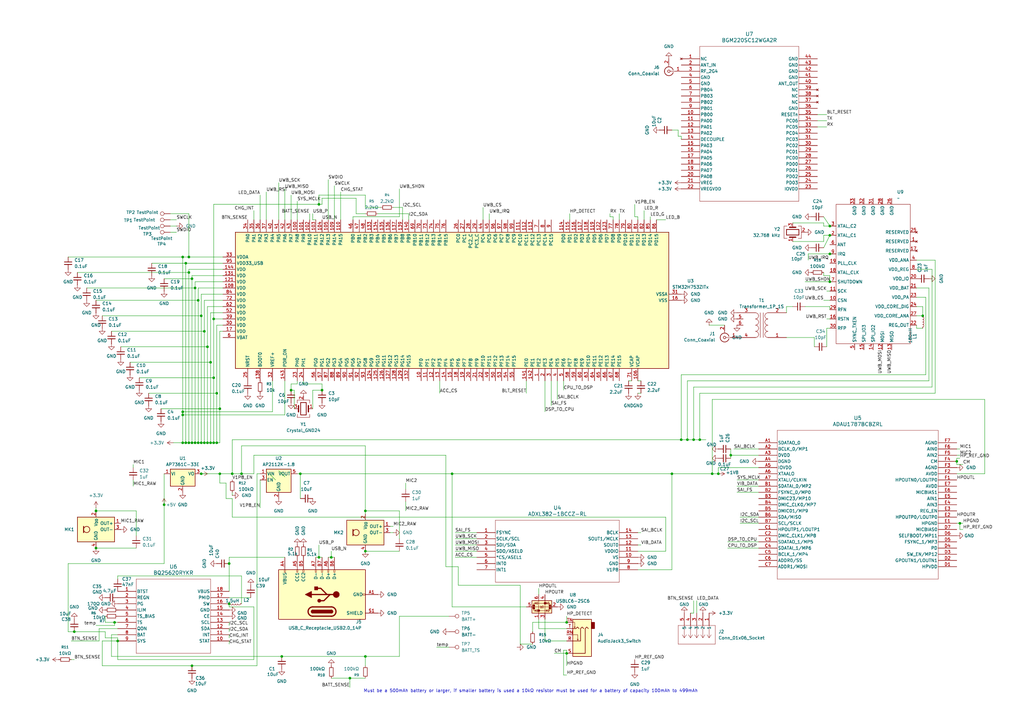
<source format=kicad_sch>
(kicad_sch (version 20250114) (generator "eeschema") (generator_version "9.0")
  (paper "A3")
  (lib_symbols
    (symbol "ADAU1787:ADAU1787BCBZRL" (pin_names (offset 0.254))
      (property "Reference" "U" (at 40.64 10.16 0))
      (property "Value" "ADAU1787BCBZRL" (at 40.64 7.62 0))
      (symbol "ADAU1787BCBZRL_0_1"
        (pin bidirectional line (at 0 0 0) (length 7.62) (name "SDATAO_0") (number "A1"))
        (pin bidirectional line (at 0 -2.54 0) (length 7.62) (name "BCLK_0/MP1") (number "A2"))
        (pin power_in line (at 0 -5.08 0) (length 7.62) (name "DVDD") (number "A3"))
        (pin power_out line (at 0 -7.62 0) (length 7.62) (name "DGND") (number "A4"))
        (pin power_in line (at 0 -10.16 0) (length 7.62) (name "IOVDD") (number "A5"))
        (pin output line (at 0 -12.7 0) (length 7.62) (name "XTAALO") (number "A6"))
        (pin input line (at 0 -15.24 0) (length 7.62) (name "XTALI/CLKIN") (number "A7"))
        (pin bidirectional line (at 0 -17.78 0) (length 7.62) (name "SDATAI_0/MP2") (number "B1"))
        (pin bidirectional line (at 0 -20.32 0) (length 7.62) (name "FSYNC_0/MP0") (number "B2"))
        (pin bidirectional line (at 0 -22.86 0) (length 7.62) (name "DMIC23/MP10") (number "B3"))
        (pin bidirectional line (at 0 -25.4 0) (length 7.62) (name "DMIC_CLK0/MP7") (number "B4"))
        (pin bidirectional line (at 0 -27.94 0) (length 7.62) (name "DMIC01/MP9") (number "B5"))
        (pin bidirectional line (at 0 -30.48 0) (length 7.62) (name "SDA/MISO") (number "B6"))
        (pin input line (at 0 -33.02 0) (length 7.62) (name "SCL/SCLK") (number "B7"))
        (pin output line (at 0 -35.56 0) (length 7.62) (name "HPOUTP1/LOUTP1") (number "C1"))
        (pin bidirectional line (at 0 -38.1 0) (length 7.62) (name "DMIC_CLK1/MP8") (number "C2"))
        (pin bidirectional line (at 0 -40.64 0) (length 7.62) (name "SDATAO_1/MP5") (number "C3"))
        (pin bidirectional line (at 0 -43.18 0) (length 7.62) (name "SDATAI_1/MP6") (number "C4"))
        (pin bidirectional line (at 0 -45.72 0) (length 7.62) (name "BCLK_1/MP4") (number "C5"))
        (pin input line (at 0 -48.26 0) (length 7.62) (name "ADDR0/SS") (number "C6"))
        (pin input line (at 0 -50.8 0) (length 7.62) (name "ADDR1/MOSI") (number "C7"))
        (pin power_out line (at 81.28 0 180) (length 7.62) (name "AGND") (number "F7"))
        (pin input line (at 81.28 -2.54 180) (length 7.62) (name "AIN0") (number "F6"))
        (pin input line (at 81.28 -5.08 180) (length 7.62) (name "AIN2") (number "F5"))
        (pin output line (at 81.28 -7.62 180) (length 7.62) (name "CM") (number "F4"))
        (pin power_out line (at 81.28 -10.16 180) (length 7.62) (name "AGND") (number "F3"))
        (pin power_in line (at 81.28 -12.7 180) (length 7.62) (name "AVDD") (number "F2"))
        (pin output line (at 81.28 -15.24 180) (length 7.62) (name "HPOUTN0/LOUTP0") (number "F1"))
        (pin power_in line (at 81.28 -17.78 180) (length 7.62) (name "AVDD") (number "E7"))
        (pin output line (at 81.28 -20.32 180) (length 7.62) (name "MICBIAS1") (number "E6"))
        (pin input line (at 81.28 -22.86 180) (length 7.62) (name "AIN1") (number "E5"))
        (pin input line (at 81.28 -25.4 180) (length 7.62) (name "AIN3") (number "E4"))
        (pin input line (at 81.28 -27.94 180) (length 7.62) (name "REG_EN") (number "E3"))
        (pin output line (at 81.28 -30.48 180) (length 7.62) (name "HPOUTP0/LOUTP0") (number "E2"))
        (pin power_out line (at 81.28 -33.02 180) (length 7.62) (name "HPGND") (number "E1"))
        (pin output line (at 81.28 -35.56 180) (length 7.62) (name "MICBIAS0") (number "D7"))
        (pin input line (at 81.28 -38.1 180) (length 7.62) (name "SELFBOOT/MP11") (number "D6"))
        (pin bidirectional line (at 81.28 -40.64 180) (length 7.62) (name "FSYNC_1/MP3") (number "D5"))
        (pin input line (at 81.28 -43.18 180) (length 7.62) (name "PD") (number "D4"))
        (pin input line (at 81.28 -45.72 180) (length 7.62) (name "SW_EN/MP12") (number "D3"))
        (pin output line (at 81.28 -48.26 180) (length 7.62) (name "GPOUTN1/LOUTN1") (number "D2"))
        (pin power_in line (at 81.28 -50.8 180) (length 7.62) (name "HPVDD") (number "D1"))
      )
    )
    (symbol "ADXL382:ADXL382-1BCCZ-RL" (pin_names (offset 0.254))
      (property "Reference" "U" (at 33.02 10.16 0))
      (property "Value" "ADXL382-1BCCZ-RL" (at 33.02 7.62 0))
      (symbol "ADXL382-1BCCZ-RL_0_1"
        (pin input line (at 0 0 0) (length 7.62) (name "FSYNC") (number "1"))
        (pin unspecified line (at 0 -2.54 0) (length 7.62) (name "SCLK/SCL") (number "2"))
        (pin input line (at 0 -5.08 0) (length 7.62) (name "SDI/SDA") (number "3"))
        (pin bidirectional line (at 0 -7.62 0) (length 7.62) (name "SDO/ASEL0") (number "4"))
        (pin input line (at 0 -10.16 0) (length 7.62) (name "*CS/ASEL1") (number "5"))
        (pin unspecified line (at 0 -12.7 0) (length 7.62) (name "INT0") (number "6"))
        (pin unspecified line (at 0 -15.24 0) (length 7.62) (name "INT1") (number "7"))
        (pin unspecified line (at 66.04 0 180) (length 7.62) (name "BCLK") (number "14"))
        (pin unspecified line (at 66.04 -2.54 180) (length 7.62) (name "SOUT1/MCLK") (number "13"))
        (pin output line (at 66.04 -5.08 180) (length 7.62) (name "SOUT0") (number "12"))
        (pin power_in line (at 66.04 -7.62 180) (length 7.62) (name "VDDIO") (number "11"))
        (pin power_in line (at 66.04 -10.16 180) (length 7.62) (name "VS") (number "10"))
        (pin power_out line (at 66.04 -12.7 180) (length 7.62) (name "GND") (number "9"))
        (pin power_in line (at 66.04 -15.24 180) (length 7.62) (name "V1P8") (number "8"))
      )
    )
    (symbol "ANC_Symbols:5034800540" (pin_names (offset 0.254))
      (property "Reference" "J" (at 8.89 6.35 0))
      (property "Value" "5034800540" (at 0 0 0))
      (symbol "5034800540_1_1"
        (pin unspecified line (at 0 0 0) (length 5.08) (name "1") (number "1"))
        (pin unspecified line (at 0 -2.54 0) (length 5.08) (name "2") (number "2"))
        (pin unspecified line (at 0 -5.08 0) (length 5.08) (name "3") (number "3"))
        (pin unspecified line (at 0 -7.62 0) (length 5.08) (name "4") (number "4"))
        (pin unspecified line (at 0 -10.16 0) (length 5.08) (name "5") (number "5"))
      )
      (symbol "5034800540_1_2"
        (pin unspecified line (at 0 0 0) (length 5.08) (name "1") (number "1"))
        (pin unspecified line (at 0 -2.54 0) (length 5.08) (name "2") (number "2"))
        (pin unspecified line (at 0 -5.08 0) (length 5.08) (name "3") (number "3"))
        (pin unspecified line (at 0 -7.62 0) (length 5.08) (name "4") (number "4"))
        (pin unspecified line (at 0 -10.16 0) (length 5.08) (name "5") (number "5"))
      )
    )
    (symbol "ANC_Symbols:BGM220SC12WGA2R" (pin_names (offset 0.254))
      (property "Reference" "U" (at 27.94 10.16 0))
      (property "Value" "BGM220SC12WGA2R" (at 27.94 7.62 0))
      (symbol "BGM220SC12WGA2R_0_1"
        (pin no_connect line (at 0 0 0) (length 7.62) (name "NC") (number "1"))
        (pin input line (at 0 -2.54 0) (length 7.62) (name "ANT_IN") (number "2"))
        (pin bidirectional line (at 0 -5.08 0) (length 7.62) (name "RF_2G4") (number "3"))
        (pin power_out line (at 0 -7.62 0) (length 7.62) (name "GND") (number "4"))
        (pin power_out line (at 0 -10.16 0) (length 7.62) (name "GND") (number "5"))
        (pin bidirectional line (at 0 -12.7 0) (length 7.62) (name "PB04") (number "6"))
        (pin bidirectional line (at 0 -15.24 0) (length 7.62) (name "PB03") (number "7"))
        (pin bidirectional line (at 0 -17.78 0) (length 7.62) (name "PB02") (number "8"))
        (pin bidirectional line (at 0 -20.32 0) (length 7.62) (name "PB01") (number "9"))
        (pin bidirectional line (at 0 -22.86 0) (length 7.62) (name "PB00") (number "10"))
        (pin bidirectional line (at 0 -25.4 0) (length 7.62) (name "PA00") (number "11"))
        (pin bidirectional line (at 0 -27.94 0) (length 7.62) (name "PA01") (number "12"))
        (pin bidirectional line (at 0 -30.48 0) (length 7.62) (name "PA02") (number "13"))
        (pin output line (at 0 -33.02 0) (length 7.62) (name "DECOUPLE") (number "14"))
        (pin bidirectional line (at 0 -35.56 0) (length 7.62) (name "PA03") (number "15"))
        (pin bidirectional line (at 0 -38.1 0) (length 7.62) (name "PA04") (number "16"))
        (pin bidirectional line (at 0 -40.64 0) (length 7.62) (name "PA05") (number "17"))
        (pin bidirectional line (at 0 -43.18 0) (length 7.62) (name "PA06") (number "18"))
        (pin bidirectional line (at 0 -45.72 0) (length 7.62) (name "PA07") (number "19"))
        (pin bidirectional line (at 0 -48.26 0) (length 7.62) (name "PA08") (number "20"))
        (pin power_in line (at 0 -50.8 0) (length 7.62) (name "VREG") (number "21"))
        (pin power_in line (at 0 -53.34 0) (length 7.62) (name "VREGVDD") (number "22"))
        (pin power_out line (at 55.88 0 180) (length 7.62) (name "GND") (number "44"))
        (pin power_out line (at 55.88 -2.54 180) (length 7.62) (name "GND") (number "43"))
        (pin power_out line (at 55.88 -5.08 180) (length 7.62) (name "GND") (number "42"))
        (pin power_out line (at 55.88 -7.62 180) (length 7.62) (name "GND") (number "41"))
        (pin output line (at 55.88 -10.16 180) (length 7.62) (name "ANT_OUT") (number "40"))
        (pin no_connect line (at 55.88 -12.7 180) (length 7.62) (name "NC") (number "39"))
        (pin no_connect line (at 55.88 -15.24 180) (length 7.62) (name "NC") (number "38"))
        (pin no_connect line (at 55.88 -17.78 180) (length 7.62) (name "NC") (number "37"))
        (pin power_out line (at 55.88 -20.32 180) (length 7.62) (name "GND") (number "36"))
        (pin input line (at 55.88 -22.86 180) (length 7.62) (name "RESETn") (number "35"))
        (pin bidirectional line (at 55.88 -25.4 180) (length 7.62) (name "PC06") (number "34"))
        (pin bidirectional line (at 55.88 -27.94 180) (length 7.62) (name "PC05") (number "33"))
        (pin bidirectional line (at 55.88 -30.48 180) (length 7.62) (name "PC04") (number "32"))
        (pin bidirectional line (at 55.88 -33.02 180) (length 7.62) (name "PC03") (number "31"))
        (pin bidirectional line (at 55.88 -35.56 180) (length 7.62) (name "PC02") (number "30"))
        (pin bidirectional line (at 55.88 -38.1 180) (length 7.62) (name "PC01") (number "29"))
        (pin bidirectional line (at 55.88 -40.64 180) (length 7.62) (name "PC00") (number "28"))
        (pin bidirectional line (at 55.88 -43.18 180) (length 7.62) (name "PD00") (number "27"))
        (pin bidirectional line (at 55.88 -45.72 180) (length 7.62) (name "PD01") (number "26"))
        (pin bidirectional line (at 55.88 -48.26 180) (length 7.62) (name "PD02") (number "25"))
        (pin bidirectional line (at 55.88 -50.8 180) (length 7.62) (name "PD03") (number "24"))
        (pin power_in line (at 55.88 -53.34 180) (length 7.62) (name "IOVDD") (number "23"))
      )
    )
    (symbol "ANC_Symbols:BQ25622RYKR" (pin_names (offset 0.254))
      (property "Reference" "U" (at 22.86 10.16 0))
      (property "Value" "BQ25622RYKR" (at 22.86 7.62 0))
      (symbol "BQ25622RYKR_0_1"
        (pin unspecified line (at 0 0 0) (length 7.62) (name "BTST") (number "1"))
        (pin unspecified line (at 0 -2.54 0) (length 7.62) (name "REGN") (number "2"))
        (pin unspecified line (at 0 -5.08 0) (length 7.62) (name "PG") (number "3"))
        (pin unspecified line (at 0 -7.62 0) (length 7.62) (name "ILIM") (number "4"))
        (pin unspecified line (at 0 -10.16 0) (length 7.62) (name "TS_BIAS") (number "5"))
        (pin unspecified line (at 0 -12.7 0) (length 7.62) (name "TS") (number "6"))
        (pin unspecified line (at 0 -15.24 0) (length 7.62) (name "QON") (number "7"))
        (pin unspecified line (at 0 -17.78 0) (length 7.62) (name "BAT") (number "8"))
        (pin unspecified line (at 0 -20.32 0) (length 7.62) (name "SYS") (number "9"))
        (pin unspecified line (at 45.72 0 180) (length 7.62) (name "VBUS") (number "18"))
        (pin unspecified line (at 45.72 -2.54 180) (length 7.62) (name "PMID") (number "17"))
        (pin unspecified line (at 45.72 -5.08 180) (length 7.62) (name "SW") (number "16"))
        (pin power_out line (at 45.72 -7.62 180) (length 7.62) (name "GND") (number "15"))
        (pin unspecified line (at 45.72 -10.16 180) (length 7.62) (name "CE") (number "14"))
        (pin unspecified line (at 45.72 -12.7 180) (length 7.62) (name "SCL") (number "13"))
        (pin unspecified line (at 45.72 -15.24 180) (length 7.62) (name "SDA") (number "12"))
        (pin input line (at 45.72 -17.78 180) (length 7.62) (name "INT") (number "11"))
        (pin unspecified line (at 45.72 -20.32 180) (length 7.62) (name "STAT") (number "10"))
      )
    )
    (symbol "ANC_Symbols:Spark_SR1120"
      (property "Reference" "U9" (at 5.9533 76.2 0))
      (property "Value" "~" (at 5.9533 73.66 0))
      (symbol "Spark_SR1120_0_0"
        (pin output line (at -21.59 62.23 0) (length 2.54) (name "XTAL_C2") (number "3"))
        (pin input line (at -21.59 58.42 0) (length 2.54) (name "XTAL_C1") (number "2"))
        (pin output line (at -21.59 54.61 0) (length 2.54) (name "ANT") (number "6"))
        (pin output line (at -21.59 46.99 0) (length 2.54) (name "PLL_CLK") (number "19"))
        (pin input line (at -21.59 43.18 0) (length 2.54) (name "XTAL_CLK") (number "18"))
        (pin input line (at -21.59 39.37 0) (length 2.54) (name "SHUTDOWN") (number "7"))
        (pin input line (at -21.59 35.56 0) (length 2.54) (name "SCK") (number "11"))
        (pin input line (at -21.59 31.75 0) (length 2.54) (name "CSN") (number "10"))
        (pin input line (at -21.59 27.94 0) (length 2.54) (name "RFN") (number "29"))
        (pin input line (at -21.59 24.13 0) (length 2.54) (name "RSTN") (number "16"))
        (pin output line (at -11.43 11.43 90) (length 2.54) (name "SYNC_TXEN") (number "5"))
        (pin unspecified line (at -7.62 11.43 90) (length 2.54) (name "SPI_IO3") (number "15"))
        (pin power_in line (at 0 73.66 270) (length 2.54) (name "GND") (number "28"))
        (pin bidirectional line (at 0 11.43 90) (length 2.54) (name "MOSI") (number "12"))
        (pin bidirectional line (at 3.81 11.43 90) (length 2.54) (name "MISO") (number "13"))
        (pin no_connect line (at 13.97 59.69 180) (length 2.54) (name "RESERVED") (number "25"))
        (pin no_connect line (at 13.97 55.88 180) (length 2.54) (name "RESERVED") (number "1"))
        (pin no_connect line (at 13.97 52.07 180) (length 2.54) (name "RESERVED") (number "17"))
        (pin power_in line (at 13.97 48.26 180) (length 2.54) (name "VDD_ANA") (number "4"))
        (pin power_in line (at 13.97 44.45 180) (length 2.54) (name "VDD_REG") (number "8"))
        (pin power_in line (at 13.97 40.64 180) (length 2.54) (name "VDD_IO") (number "20"))
        (pin power_in line (at 13.97 29.21 180) (length 2.54) (name "VDD_CORE_DIG") (number "24"))
        (pin power_in line (at 13.97 25.4 180) (length 2.54) (name "VDD_CORE_ANA") (number "27"))
        (pin power_out line (at 13.97 21.59 180) (length 2.54) (name "REG_OUT") (number "22"))
      )
      (symbol "Spark_SR1120_1_0"
        (pin output line (at -21.59 50.8 0) (length 2.54) (name "IRQ") (number "9"))
        (pin input line (at -21.59 20.32 0) (length 2.54) (name "RFP") (number "30"))
        (pin power_in line (at -11.43 73.66 270) (length 2.54) (name "GND") (number "33"))
        (pin power_in line (at -7.62 73.66 270) (length 2.54) (name "GND") (number "32"))
        (pin power_in line (at -3.81 73.66 270) (length 2.54) (name "GND") (number "31"))
        (pin bidirectional line (at -3.81 11.43 90) (length 2.54) (name "SPI_IO2") (number "14"))
        (pin power_in line (at 3.81 73.66 270) (length 2.54) (name "GND") (number "26"))
        (pin power_in line (at 13.97 36.83 180) (length 2.54) (name "VDD_BAT") (number "21"))
        (pin power_in line (at 13.97 33.02 180) (length 2.54) (name "VDD_PA") (number "23"))
      )
    )
    (symbol "Connector:Conn_Coaxial" (pin_names (offset 1.016) (hide yes))
      (property "Reference" "J" (at 0.254 3.048 0))
      (property "Value" "Conn_Coaxial" (at 2.921 0 90))
      (symbol "Conn_Coaxial_1_1"
        (pin passive line (at -5.08 0 0) (length 2.54) (name "In") (number "1"))
        (pin passive line (at 0 -5.08 90) (length 2.54) (name "Ext") (number "2"))
      )
    )
    (symbol "Connector:TestPoint" (pin_numbers (hide yes)) (pin_names (offset 0.762) (hide yes))
      (property "Reference" "TP" (at 0 6.858 0))
      (property "Value" "TestPoint" (at 0 5.08 0))
      (symbol "TestPoint_1_1"
        (pin passive line (at 0 0 90) (length 2.54) (name "1") (number "1"))
      )
    )
    (symbol "Connector:USB_C_Receptacle_USB2.0_14P" (pin_names (offset 1.016))
      (property "Reference" "J" (at 0 22.225 0))
      (property "Value" "USB_C_Receptacle_USB2.0_14P" (at 0 19.685 0))
      (symbol "USB_C_Receptacle_USB2.0_14P_1_1"
        (pin passive line (at -7.62 -22.86 90) (length 5.08) (name "SHIELD") (number "S1"))
        (pin passive line (at 0 -22.86 90) (length 5.08) (name "GND") (number "A1"))
        (pin passive line (at 0 -22.86 90) (length 5.08) (hide yes) (name "GND") (number "A12"))
        (pin passive line (at 0 -22.86 90) (length 5.08) (hide yes) (name "GND") (number "B1"))
        (pin passive line (at 0 -22.86 90) (length 5.08) (hide yes) (name "GND") (number "B12"))
        (pin passive line (at 15.24 15.24 180) (length 5.08) (name "VBUS") (number "A4"))
        (pin passive line (at 15.24 15.24 180) (length 5.08) (hide yes) (name "VBUS") (number "A9"))
        (pin passive line (at 15.24 15.24 180) (length 5.08) (hide yes) (name "VBUS") (number "B4"))
        (pin passive line (at 15.24 15.24 180) (length 5.08) (hide yes) (name "VBUS") (number "B9"))
        (pin bidirectional line (at 15.24 10.16 180) (length 5.08) (name "CC1") (number "A5"))
        (pin bidirectional line (at 15.24 7.62 180) (length 5.08) (name "CC2") (number "B5"))
        (pin bidirectional line (at 15.24 2.54 180) (length 5.08) (name "D-") (number "A7"))
        (pin bidirectional line (at 15.24 0 180) (length 5.08) (name "D-") (number "B7"))
        (pin bidirectional line (at 15.24 -2.54 180) (length 5.08) (name "D+") (number "A6"))
        (pin bidirectional line (at 15.24 -5.08 180) (length 5.08) (name "D+") (number "B6"))
      )
    )
    (symbol "Connector_Audio:AudioJack3_Switch"
      (property "Reference" "J4" (at -7.62 -2.5401 0))
      (property "Value" "AudioJack3_Switch" (at -7.62 -0.0001 0))
      (symbol "AudioJack3_Switch_1_1"
        (pin passive line (at 5.08 5.08 180) (length 2.54) (name "~") (number "S"))
        (pin passive line (at 5.08 0 180) (length 2.54) (name "~") (number "R"))
        (pin passive line (at 5.08 -2.54 180) (length 2.54) (name "~") (number "RN"))
        (pin passive line (at 5.08 -5.08 180) (length 2.54) (name "~") (number "T"))
        (pin passive line (at 5.08 -7.62 180) (length 2.54) (name "~") (number "TN"))
      )
    )
    (symbol "Device:C_Small" (pin_numbers (hide yes)) (pin_names (offset 0.254) (hide yes))
      (property "Reference" "C" (at 0.254 1.778 0))
      (property "Value" "C_Small" (at 0.254 -2.032 0))
      (symbol "C_Small_1_1"
        (pin passive line (at 0 2.54 270) (length 2.032) (name "~") (number "1"))
        (pin passive line (at 0 -2.54 90) (length 2.032) (name "~") (number "2"))
      )
    )
    (symbol "Device:Crystal_GND24" (pin_names (offset 1.016) (hide yes))
      (property "Reference" "Y" (at 3.175 5.08 0))
      (property "Value" "Crystal_GND24" (at 3.175 3.175 0))
      (symbol "Crystal_GND24_1_1"
        (pin passive line (at -3.81 0 0) (length 1.27) (name "1") (number "1"))
        (pin passive line (at 0 -5.08 90) (length 1.27) (name "G") (number "2"))
        (pin passive line (at 0 -5.08 90) (length 1.27) (hide yes) (name "G") (number "4"))
        (pin passive line (at 3.81 0 180) (length 1.27) (name "3") (number "3"))
      )
    )
    (symbol "Device:L_Small" (pin_numbers (hide yes)) (pin_names (offset 0.254) (hide yes))
      (property "Reference" "L" (at 0.762 1.016 0))
      (property "Value" "L_Small" (at 0.762 -1.016 0))
      (symbol "L_Small_1_1"
        (pin passive line (at 0 2.54 270) (length 0.508) (name "~") (number "1"))
        (pin passive line (at 0 -2.54 90) (length 0.508) (name "~") (number "2"))
      )
    )
    (symbol "Device:R_Small" (pin_numbers (hide yes)) (pin_names (offset 0.254) (hide yes))
      (property "Reference" "R" (at 0 0 90))
      (property "Value" "R_Small" (at 1.778 0 90))
      (symbol "R_Small_1_1"
        (pin passive line (at 0 2.54 270) (length 0.762) (name "~") (number "1"))
        (pin passive line (at 0 -2.54 90) (length 0.762) (name "~") (number "2"))
      )
    )
    (symbol "Device:Transformer_1P_1S" (pin_names (offset 1.016) (hide yes))
      (property "Reference" "T1" (at 0.0127 -10.16 0))
      (property "Value" "Transformer_1P_1S" (at 0.0127 -7.62 0))
      (symbol "Transformer_1P_1S_1_1"
        (pin passive line (at -10.16 5.08 0) (length 7.62) (name "AA") (number "1"))
        (pin passive line (at -10.16 -5.08 0) (length 7.62) (name "AB") (number "2"))
        (pin passive line (at 10.16 5.08 180) (length 7.62) (name "SB") (number "4"))
        (pin passive line (at 10.16 0 180) (length 2.54) (name "GND") (number "6"))
        (pin passive line (at 10.16 -2.54 180) (length 2.54) (name "GND") (number "5"))
        (pin passive line (at 10.16 -5.08 180) (length 7.62) (name "SA") (number "3"))
      )
    )
    (symbol "MCU_ST_STM32H7:STM32H753ZITx"
      (property "Reference" "U" (at -27.94 90.17 0))
      (property "Value" "STM32H753ZITx" (at 20.32 90.17 0))
      (symbol "STM32H753ZITx_1_1"
        (pin input line (at -33.02 83.82 0) (length 5.08) (name "NRST") (number "25"))
        (pin input line (at -33.02 78.74 0) (length 5.08) (name "BOOT0") (number "138"))
        (pin input line (at -33.02 73.66 0) (length 5.08) (name "VREF+") (number "32"))
        (pin input line (at -33.02 68.58 0) (length 5.08) (name "PDR_ON") (number "143"))
        (pin bidirectional line (at -33.02 63.5 0) (length 5.08) (name "PH0") (number "23"))
        (pin bidirectional line (at -33.02 60.96 0) (length 5.08) (name "PH1") (number "24"))
        (pin bidirectional line (at -33.02 55.88 0) (length 5.08) (name "PG0") (number "56"))
        (pin bidirectional line (at -33.02 53.34 0) (length 5.08) (name "PG1") (number "57"))
        (pin bidirectional line (at -33.02 50.8 0) (length 5.08) (name "PG2") (number "87"))
        (pin bidirectional line (at -33.02 48.26 0) (length 5.08) (name "PG3") (number "88"))
        (pin bidirectional line (at -33.02 45.72 0) (length 5.08) (name "PG4") (number "89"))
        (pin bidirectional line (at -33.02 43.18 0) (length 5.08) (name "PG5") (number "90"))
        (pin bidirectional line (at -33.02 40.64 0) (length 5.08) (name "PG6") (number "91"))
        (pin bidirectional line (at -33.02 38.1 0) (length 5.08) (name "PG7") (number "92"))
        (pin bidirectional line (at -33.02 35.56 0) (length 5.08) (name "PG8") (number "93"))
        (pin bidirectional line (at -33.02 33.02 0) (length 5.08) (name "PG9") (number "124"))
        (pin bidirectional line (at -33.02 30.48 0) (length 5.08) (name "PG10") (number "125"))
        (pin bidirectional line (at -33.02 27.94 0) (length 5.08) (name "PG11") (number "126"))
        (pin bidirectional line (at -33.02 25.4 0) (length 5.08) (name "PG12") (number "127"))
        (pin bidirectional line (at -33.02 22.86 0) (length 5.08) (name "PG13") (number "128"))
        (pin bidirectional line (at -33.02 20.32 0) (length 5.08) (name "PG14") (number "129"))
        (pin bidirectional line (at -33.02 17.78 0) (length 5.08) (name "PG15") (number "132"))
        (pin bidirectional line (at -33.02 12.7 0) (length 5.08) (name "PF0") (number "10"))
        (pin bidirectional line (at -33.02 10.16 0) (length 5.08) (name "PF1") (number "11"))
        (pin bidirectional line (at -33.02 7.62 0) (length 5.08) (name "PF2") (number "12"))
        (pin bidirectional line (at -33.02 5.08 0) (length 5.08) (name "PF3") (number "13"))
        (pin bidirectional line (at -33.02 2.54 0) (length 5.08) (name "PF4") (number "14"))
        (pin bidirectional line (at -33.02 0 0) (length 5.08) (name "PF5") (number "15"))
        (pin bidirectional line (at -33.02 -2.54 0) (length 5.08) (name "PF6") (number "18"))
        (pin bidirectional line (at -33.02 -5.08 0) (length 5.08) (name "PF7") (number "19"))
        (pin bidirectional line (at -33.02 -7.62 0) (length 5.08) (name "PF8") (number "20"))
        (pin bidirectional line (at -33.02 -10.16 0) (length 5.08) (name "PF9") (number "21"))
        (pin bidirectional line (at -33.02 -12.7 0) (length 5.08) (name "PF10") (number "22"))
        (pin bidirectional line (at -33.02 -15.24 0) (length 5.08) (name "PF11") (number "49"))
        (pin bidirectional line (at -33.02 -17.78 0) (length 5.08) (name "PF12") (number "50"))
        (pin bidirectional line (at -33.02 -20.32 0) (length 5.08) (name "PF13") (number "53"))
        (pin bidirectional line (at -33.02 -22.86 0) (length 5.08) (name "PF14") (number "54"))
        (pin bidirectional line (at -33.02 -25.4 0) (length 5.08) (name "PF15") (number "55"))
        (pin bidirectional line (at -33.02 -30.48 0) (length 5.08) (name "PE0") (number "141"))
        (pin bidirectional line (at -33.02 -33.02 0) (length 5.08) (name "PE1") (number "142"))
        (pin bidirectional line (at -33.02 -35.56 0) (length 5.08) (name "PE2") (number "1"))
        (pin bidirectional line (at -33.02 -38.1 0) (length 5.08) (name "PE3") (number "2"))
        (pin bidirectional line (at -33.02 -40.64 0) (length 5.08) (name "PE4") (number "3"))
        (pin bidirectional line (at -33.02 -43.18 0) (length 5.08) (name "PE5") (number "4"))
        (pin bidirectional line (at -33.02 -45.72 0) (length 5.08) (name "PE6") (number "5"))
        (pin bidirectional line (at -33.02 -48.26 0) (length 5.08) (name "PE7") (number "58"))
        (pin bidirectional line (at -33.02 -50.8 0) (length 5.08) (name "PE8") (number "59"))
        (pin bidirectional line (at -33.02 -53.34 0) (length 5.08) (name "PE9") (number "60"))
        (pin bidirectional line (at -33.02 -55.88 0) (length 5.08) (name "PE10") (number "63"))
        (pin bidirectional line (at -33.02 -58.42 0) (length 5.08) (name "PE11") (number "64"))
        (pin bidirectional line (at -33.02 -60.96 0) (length 5.08) (name "PE12") (number "65"))
        (pin bidirectional line (at -33.02 -63.5 0) (length 5.08) (name "PE13") (number "66"))
        (pin bidirectional line (at -33.02 -66.04 0) (length 5.08) (name "PE14") (number "67"))
        (pin bidirectional line (at -33.02 -68.58 0) (length 5.08) (name "PE15") (number "68"))
        (pin power_out line (at -33.02 -73.66 0) (length 5.08) (name "VCAP") (number "71"))
        (pin power_out line (at -33.02 -76.2 0) (length 5.08) (name "VCAP") (number "106"))
        (pin power_in line (at -15.24 93.98 270) (length 5.08) (name "VBAT") (number "6"))
        (pin power_in line (at -12.7 93.98 270) (length 5.08) (name "VDD") (number "17"))
        (pin power_in line (at -10.16 93.98 270) (length 5.08) (name "VDD") (number "30"))
        (pin power_in line (at -7.62 93.98 270) (length 5.08) (name "VDD") (number "39"))
        (pin power_in line (at -5.08 93.98 270) (length 5.08) (name "VDD") (number "52"))
        (pin power_in line (at -2.54 93.98 270) (length 5.08) (name "VDD") (number "62"))
        (pin power_in line (at 0 93.98 270) (length 5.08) (name "VDD") (number "72"))
        (pin passive line (at 0 -93.98 90) (length 5.08) (hide yes) (name "VSS") (number "107"))
        (pin passive line (at 0 -93.98 90) (length 5.08) (hide yes) (name "VSS") (number "120"))
        (pin passive line (at 0 -93.98 90) (length 5.08) (hide yes) (name "VSS") (number "130"))
        (pin power_in line (at 0 -93.98 90) (length 5.08) (name "VSS") (number "16"))
        (pin passive line (at 0 -93.98 90) (length 5.08) (hide yes) (name "VSS") (number "38"))
        (pin passive line (at 0 -93.98 90) (length 5.08) (hide yes) (name "VSS") (number "51"))
        (pin passive line (at 0 -93.98 90) (length 5.08) (hide yes) (name "VSS") (number "61"))
        (pin passive line (at 0 -93.98 90) (length 5.08) (hide yes) (name "VSS") (number "83"))
        (pin passive line (at 0 -93.98 90) (length 5.08) (hide yes) (name "VSS") (number "94"))
        (pin power_in line (at 2.54 93.98 270) (length 5.08) (name "VDD") (number "84"))
        (pin power_in line (at 2.54 -93.98 90) (length 5.08) (name "VSSA") (number "31"))
        (pin power_in line (at 5.08 93.98 270) (length 5.08) (name "VDD") (number "108"))
        (pin power_in line (at 7.62 93.98 270) (length 5.08) (name "VDD") (number "121"))
        (pin power_in line (at 10.16 93.98 270) (length 5.08) (name "VDD") (number "131"))
        (pin power_in line (at 12.7 93.98 270) (length 5.08) (name "VDD") (number "144"))
        (pin power_in line (at 15.24 93.98 270) (length 5.08) (name "VDD33_USB") (number "95"))
        (pin power_in line (at 17.78 93.98 270) (length 5.08) (name "VDDA") (number "33"))
        (pin bidirectional line (at 33.02 83.82 180) (length 5.08) (name "PA0") (number "34"))
        (pin bidirectional line (at 33.02 81.28 180) (length 5.08) (name "PA1") (number "35"))
        (pin bidirectional line (at 33.02 78.74 180) (length 5.08) (name "PA2") (number "36"))
        (pin bidirectional line (at 33.02 76.2 180) (length 5.08) (name "PA3") (number "37"))
        (pin bidirectional line (at 33.02 73.66 180) (length 5.08) (name "PA4") (number "40"))
        (pin bidirectional line (at 33.02 71.12 180) (length 5.08) (name "PA5") (number "41"))
        (pin bidirectional line (at 33.02 68.58 180) (length 5.08) (name "PA6") (number "42"))
        (pin bidirectional line (at 33.02 66.04 180) (length 5.08) (name "PA7") (number "43"))
        (pin bidirectional line (at 33.02 63.5 180) (length 5.08) (name "PA8") (number "100"))
        (pin bidirectional line (at 33.02 60.96 180) (length 5.08) (name "PA9") (number "101"))
        (pin bidirectional line (at 33.02 58.42 180) (length 5.08) (name "PA10") (number "102"))
        (pin bidirectional line (at 33.02 55.88 180) (length 5.08) (name "PA11") (number "103"))
        (pin bidirectional line (at 33.02 53.34 180) (length 5.08) (name "PA12") (number "104"))
        (pin bidirectional line (at 33.02 50.8 180) (length 5.08) (name "PA13") (number "105"))
        (pin bidirectional line (at 33.02 48.26 180) (length 5.08) (name "PA14") (number "109"))
        (pin bidirectional line (at 33.02 45.72 180) (length 5.08) (name "PA15") (number "110"))
        (pin bidirectional line (at 33.02 40.64 180) (length 5.08) (name "PB0") (number "46"))
        (pin bidirectional line (at 33.02 38.1 180) (length 5.08) (name "PB1") (number "47"))
        (pin bidirectional line (at 33.02 35.56 180) (length 5.08) (name "PB2") (number "48"))
        (pin bidirectional line (at 33.02 33.02 180) (length 5.08) (name "PB3") (number "133"))
        (pin bidirectional line (at 33.02 30.48 180) (length 5.08) (name "PB4") (number "134"))
        (pin bidirectional line (at 33.02 27.94 180) (length 5.08) (name "PB5") (number "135"))
        (pin bidirectional line (at 33.02 25.4 180) (length 5.08) (name "PB6") (number "136"))
        (pin bidirectional line (at 33.02 22.86 180) (length 5.08) (name "PB7") (number "137"))
        (pin bidirectional line (at 33.02 20.32 180) (length 5.08) (name "PB8") (number "139"))
        (pin bidirectional line (at 33.02 17.78 180) (length 5.08) (name "PB9") (number "140"))
        (pin bidirectional line (at 33.02 15.24 180) (length 5.08) (name "PB10") (number "69"))
        (pin bidirectional line (at 33.02 12.7 180) (length 5.08) (name "PB11") (number "70"))
        (pin bidirectional line (at 33.02 10.16 180) (length 5.08) (name "PB12") (number "73"))
        (pin bidirectional line (at 33.02 7.62 180) (length 5.08) (name "PB13") (number "74"))
        (pin bidirectional line (at 33.02 5.08 180) (length 5.08) (name "PB14") (number "75"))
        (pin bidirectional line (at 33.02 2.54 180) (length 5.08) (name "PB15") (number "76"))
        (pin bidirectional line (at 33.02 -2.54 180) (length 5.08) (name "PC0") (number "26"))
        (pin bidirectional line (at 33.02 -5.08 180) (length 5.08) (name "PC1") (number "27"))
        (pin bidirectional line (at 33.02 -7.62 180) (length 5.08) (name "PC2_C") (number "28"))
        (pin bidirectional line (at 33.02 -10.16 180) (length 5.08) (name "PC3_C") (number "29"))
        (pin bidirectional line (at 33.02 -12.7 180) (length 5.08) (name "PC4") (number "44"))
        (pin bidirectional line (at 33.02 -15.24 180) (length 5.08) (name "PC5") (number "45"))
        (pin bidirectional line (at 33.02 -17.78 180) (length 5.08) (name "PC6") (number "96"))
        (pin bidirectional line (at 33.02 -20.32 180) (length 5.08) (name "PC7") (number "97"))
        (pin bidirectional line (at 33.02 -22.86 180) (length 5.08) (name "PC8") (number "98"))
        (pin bidirectional line (at 33.02 -25.4 180) (length 5.08) (name "PC9") (number "99"))
        (pin bidirectional line (at 33.02 -27.94 180) (length 5.08) (name "PC10") (number "111"))
        (pin bidirectional line (at 33.02 -30.48 180) (length 5.08) (name "PC11") (number "112"))
        (pin bidirectional line (at 33.02 -33.02 180) (length 5.08) (name "PC12") (number "113"))
        (pin bidirectional line (at 33.02 -35.56 180) (length 5.08) (name "PC13") (number "7"))
        (pin bidirectional line (at 33.02 -38.1 180) (length 5.08) (name "PC14") (number "8"))
        (pin bidirectional line (at 33.02 -40.64 180) (length 5.08) (name "PC15") (number "9"))
        (pin bidirectional line (at 33.02 -45.72 180) (length 5.08) (name "PD0") (number "114"))
        (pin bidirectional line (at 33.02 -48.26 180) (length 5.08) (name "PD1") (number "115"))
        (pin bidirectional line (at 33.02 -50.8 180) (length 5.08) (name "PD2") (number "116"))
        (pin bidirectional line (at 33.02 -53.34 180) (length 5.08) (name "PD3") (number "117"))
        (pin bidirectional line (at 33.02 -55.88 180) (length 5.08) (name "PD4") (number "118"))
        (pin bidirectional line (at 33.02 -58.42 180) (length 5.08) (name "PD5") (number "119"))
        (pin bidirectional line (at 33.02 -60.96 180) (length 5.08) (name "PD6") (number "122"))
        (pin bidirectional line (at 33.02 -63.5 180) (length 5.08) (name "PD7") (number "123"))
        (pin bidirectional line (at 33.02 -66.04 180) (length 5.08) (name "PD8") (number "77"))
        (pin bidirectional line (at 33.02 -68.58 180) (length 5.08) (name "PD9") (number "78"))
        (pin bidirectional line (at 33.02 -71.12 180) (length 5.08) (name "PD10") (number "79"))
        (pin bidirectional line (at 33.02 -73.66 180) (length 5.08) (name "PD11") (number "80"))
        (pin bidirectional line (at 33.02 -76.2 180) (length 5.08) (name "PD12") (number "81"))
        (pin bidirectional line (at 33.02 -78.74 180) (length 5.08) (name "PD13") (number "82"))
        (pin bidirectional line (at 33.02 -81.28 180) (length 5.08) (name "PD14") (number "85"))
        (pin bidirectional line (at 33.02 -83.82 180) (length 5.08) (name "PD15") (number "86"))
      )
    )
    (symbol "Power_Protection:USBLC6-2SC6" (pin_names (hide yes))
      (property "Reference" "U" (at 0.635 5.715 0))
      (property "Value" "USBLC6-2SC6" (at 0.635 3.81 0))
      (symbol "USBLC6-2SC6_1_1"
        (pin passive line (at -5.08 0 0) (length 2.54) (name "I/O1") (number "1"))
        (pin passive line (at -5.08 -2.54 0) (length 2.54) (name "I/O2") (number "3"))
        (pin passive line (at 0 5.08 270) (length 2.54) (name "VBUS") (number "5"))
        (pin passive line (at 0 -7.62 90) (length 2.54) (name "GND") (number "2"))
        (pin passive line (at 5.08 0 180) (length 2.54) (name "I/O1") (number "6"))
        (pin passive line (at 5.08 -2.54 180) (length 2.54) (name "I/O2") (number "4"))
      )
    )
    (symbol "Regulator_Linear:AP2112K-1.8" (pin_names (offset 0.254))
      (property "Reference" "U" (at -5.08 5.715 0))
      (property "Value" "AP2112K-1.8" (at 0 5.715 0))
      (symbol "AP2112K-1.8_1_1"
        (pin power_in line (at -7.62 2.54 0) (length 2.54) (name "VIN") (number "1"))
        (pin input line (at -7.62 0 0) (length 2.54) (name "EN") (number "3"))
        (pin power_in line (at 0 -7.62 90) (length 2.54) (name "GND") (number "2"))
        (pin no_connect line (at 5.08 0 180) (length 2.54) (hide yes) (name "NC") (number "4"))
        (pin power_out line (at 7.62 2.54 180) (length 2.54) (name "VOUT") (number "5"))
      )
    )
    (symbol "Regulator_Linear:AP7361C-33E" (pin_names (offset 0.254))
      (property "Reference" "U" (at -3.81 3.175 0))
      (property "Value" "AP7361C-33E" (at 0 3.175 0))
      (symbol "AP7361C-33E_1_1"
        (pin power_in line (at -7.62 0 0) (length 2.54) (name "VI") (number "1"))
        (pin power_in line (at 0 -7.62 90) (length 2.54) (name "GND") (number "2"))
        (pin power_out line (at 7.62 0 180) (length 2.54) (name "VO") (number "3"))
      )
    )
    (symbol "Sensor_Audio:IM73A135V01"
      (property "Reference" "MK" (at 5.08 6.35 0))
      (property "Value" "IM73A135V01" (at 11.43 -6.35 0))
      (symbol "IM73A135V01_1_1"
        (pin power_in line (at 0 7.62 270) (length 2.54) (name "V_{DD}") (number "2"))
        (pin power_in line (at 0 -7.62 90) (length 2.54) (name "GND") (number "4"))
        (pin passive line (at 0 -7.62 90) (length 2.54) (hide yes) (name "GND") (number "5"))
        (pin output line (at 10.16 2.54 180) (length 2.54) (name "OUT+") (number "1"))
        (pin output line (at 10.16 0 180) (length 2.54) (name "OUT-") (number "3"))
      )
    )
    (symbol "power:+1V8" (power) (pin_numbers (hide yes)) (pin_names (offset 0) (hide yes))
      (property "Value" "+1V8" (at 0 3.556 0))
      (symbol "+1V8_1_1"
        (pin power_in line (at 0 0 90) (length 0) (name "~") (number "1"))
      )
    )
    (symbol "power:+3.3V" (power) (pin_numbers (hide yes)) (pin_names (offset 0) (hide yes))
      (property "Value" "+3.3V" (at 0 3.556 0))
      (symbol "+3.3V_1_1"
        (pin power_in line (at 0 0 90) (length 0) (name "~") (number "1"))
      )
    )
    (symbol "power:+5V" (power) (pin_numbers (hide yes)) (pin_names (offset 0) (hide yes))
      (property "Value" "+5V" (at 0 3.556 0))
      (symbol "+5V_1_1"
        (pin power_in line (at 0 0 90) (length 0) (name "~") (number "1"))
      )
    )
    (symbol "power:GND" (power) (pin_numbers (hide yes)) (pin_names (offset 0) (hide yes))
      (property "Value" "GND" (at 0 -3.81 0))
      (symbol "GND_1_1"
        (pin power_in line (at 0 0 270) (length 0) (name "~") (number "1"))
      )
    )
  )
  (text "Must be a 500mAh battery or larger, if smaller battery is used a 10kΩ resistor must be used for a battery of capacity 100mAh to 499mAh" (at 217.678 283.464 0) (effects (font (size 1.27 1.27))))
  (junction (at 78.74 114.3))
  (junction (at 77.47 181.61))
  (junction (at 130.81 228.6))
  (junction (at 392.43 189.23))
  (junction (at 340.36 115.57))
  (junction (at 149.86 226.06))
  (junction (at 149.86 269.24))
  (junction (at 82.55 194.31))
  (junction (at 284.48 180.34))
  (junction (at 74.93 105.41))
  (junction (at 83.82 135.89))
  (junction (at 115.57 269.24))
  (junction (at 279.4 180.34))
  (junction (at 378.46 129.54))
  (junction (at 30.48 259.08))
  (junction (at 81.28 181.61))
  (junction (at 340.36 96.52))
  (junction (at 85.09 142.24))
  (junction (at 77.47 111.76))
  (junction (at 294.64 194.31))
  (junction (at 275.59 194.31))
  (junction (at 67.31 207.01))
  (junction (at 149.86 209.55))
  (junction (at 87.63 181.61))
  (junction (at 39.37 224.79))
  (junction (at 83.82 181.61))
  (junction (at 39.37 209.55))
  (junction (at 287.02 180.34))
  (junction (at 393.7 214.63))
  (junction (at 81.28 123.19))
  (junction (at 87.63 154.94))
  (junction (at 87.63 130.81))
  (junction (at 143.51 278.13))
  (junction (at 76.2 181.61))
  (junction (at 340.36 92.71))
  (junction (at 86.36 181.61))
  (junction (at 299.72 186.69))
  (junction (at 99.06 194.31))
  (junction (at 135.89 228.6))
  (junction (at 88.9 161.29))
  (junction (at 119.38 160.02))
  (junction (at 93.98 231.14))
  (junction (at 130.81 83.82))
  (junction (at 85.09 181.61))
  (junction (at 132.08 160.02))
  (junction (at 80.01 118.11))
  (junction (at 82.55 129.54))
  (junction (at 88.9 181.61))
  (junction (at 48.26 262.89))
  (junction (at 340.36 104.14))
  (junction (at 82.55 181.61))
  (junction (at 74.93 170.18))
  (junction (at 86.36 148.59))
  (junction (at 281.94 180.34))
  (junction (at 95.25 194.31))
  (junction (at 78.74 273.05))
  (junction (at 185.42 194.31))
  (junction (at 76.2 107.95))
  (junction (at 90.17 194.31))
  (junction (at 80.01 181.61))
  (junction (at 90.17 167.64))
  (junction (at 93.98 247.65))
  (junction (at 74.93 168.91))
  (junction (at 232.41 267.97))
  (junction (at 46.99 255.27))
  (junction (at 232.41 255.27))
  (junction (at 77.47 105.41))
  (junction (at 123.19 194.31))
  (junction (at 292.1 194.31))
  (junction (at 74.93 181.61))
  (junction (at 78.74 181.61))
  (bus_entry (at 114.3 193.04) (size 2.54 2.54))
  (bus_entry (at 110.49 194.31) (size 2.54 2.54))
  (wire (pts (xy 163.83 209.55) (xy 149.86 209.55)))
  (wire (pts (xy 337.82 92.71) (xy 340.36 92.71)))
  (wire (pts (xy 124.46 157.48) (xy 132.08 157.48)))
  (wire (pts (xy 261.62 226.06) (xy 273.05 226.06)))
  (wire (pts (xy 186.69 218.44) (xy 195.58 218.44)))
  (wire (pts (xy 43.18 261.62) (xy 48.26 261.62)))
  (wire (pts (xy 182.88 232.41) (xy 182.88 186.69)))
  (wire (pts (xy 250.19 88.9) (xy 251.46 88.9)))
  (wire (pts (xy 105.41 194.31) (xy 105.41 273.05)))
  (wire (pts (xy 223.52 156.21) (xy 223.52 168.91)))
  (wire (pts (xy 93.98 231.14) (xy 93.98 242.57)))
  (wire (pts (xy 279.4 180.34) (xy 281.94 180.34)))
  (wire (pts (xy 99.06 182.88) (xy 149.86 182.88)))
  (wire (pts (xy 43.18 255.27) (xy 46.99 255.27)))
  (wire (pts (xy 85.09 125.73) (xy 85.09 142.24)))
  (wire (pts (xy 123.19 204.47) (xy 123.19 194.31)))
  (wire (pts (xy 392.43 194.31) (xy 403.86 194.31)))
  (wire (pts (xy 262.89 156.21) (xy 261.62 156.21)))
  (wire (pts (xy 83.82 135.89) (xy 83.82 181.61)))
  (wire (pts (xy 382.27 158.75) (xy 382.27 110.49)))
  (wire (pts (xy 91.44 113.03) (xy 78.74 113.03)))
  (wire (pts (xy 135.89 228.6) (xy 137.16 228.6)))
  (wire (pts (xy 57.15 154.94) (xy 87.63 154.94)))
  (wire (pts (xy 382.27 110.49) (xy 375.92 110.49)))
  (wire (pts (xy 163.83 252.73) (xy 163.83 269.24)))
  (wire (pts (xy 394.97 214.63) (xy 393.7 214.63)))
  (wire (pts (xy 339.09 134.62) (xy 340.36 134.62)))
  (wire (pts (xy 149.86 80.01) (xy 130.81 80.01)))
  (wire (pts (xy 116.84 156.21) (xy 116.84 170.18)))
  (wire (pts (xy 392.43 190.5) (xy 392.43 189.23)))
  (wire (pts (xy 223.52 262.89) (xy 223.52 254)))
  (wire (pts (xy 227.33 267.97) (xy 232.41 267.97)))
  (wire (pts (xy 287.02 161.29) (xy 383.54 161.29)))
  (wire (pts (xy 232.41 257.81) (xy 220.98 257.81)))
  (wire (pts (xy 260.35 88.9) (xy 261.62 88.9)))
  (wire (pts (xy 302.26 199.39) (xy 311.15 199.39)))
  (wire (pts (xy 300.99 184.15) (xy 311.15 184.15)))
  (wire (pts (xy 381 118.11) (xy 381 156.21)))
  (wire (pts (xy 91.44 118.11) (xy 81.28 118.11)))
  (wire (pts (xy 27.94 259.08) (xy 30.48 259.08)))
  (wire (pts (xy 109.22 78.74) (xy 109.22 90.17)))
  (wire (pts (xy 81.28 123.19) (xy 81.28 181.61)))
  (wire (pts (xy 93.98 245.11) (xy 102.87 245.11)))
  (wire (pts (xy 71.12 181.61) (xy 74.93 181.61)))
  (wire (pts (xy 93.98 256.54) (xy 93.98 255.27)))
  (wire (pts (xy 95.25 212.09) (xy 95.25 204.47)))
  (wire (pts (xy 115.57 269.24) (xy 149.86 269.24)))
  (wire (pts (xy 337.82 123.19) (xy 340.36 123.19)))
  (wire (pts (xy 330.2 115.57) (xy 340.36 115.57)))
  (wire (pts (xy 281.94 180.34) (xy 284.48 180.34)))
  (wire (pts (xy 163.83 220.98) (xy 163.83 209.55)))
  (wire (pts (xy 85.09 181.61) (xy 86.36 181.61)))
  (wire (pts (xy 123.19 194.31) (xy 185.42 194.31)))
  (wire (pts (xy 48.26 237.49) (xy 48.26 236.22)))
  (wire (pts (xy 91.44 120.65) (xy 82.55 120.65)))
  (wire (pts (xy 39.37 123.19) (xy 81.28 123.19)))
  (wire (pts (xy 69.85 90.17) (xy 72.39 90.17)))
  (wire (pts (xy 298.45 222.25) (xy 311.15 222.25)))
  (wire (pts (xy 81.28 118.11) (xy 81.28 123.19)))
  (wire (pts (xy 88.9 181.61) (xy 90.17 181.61)))
  (wire (pts (xy 341.63 104.14) (xy 340.36 104.14)))
  (wire (pts (xy 394.97 190.5) (xy 392.43 190.5)))
  (wire (pts (xy 273.05 212.09) (xy 95.25 212.09)))
  (wire (pts (xy 130.81 223.52) (xy 130.81 228.6)))
  (wire (pts (xy 165.1 85.09) (xy 161.29 85.09)))
  (wire (pts (xy 80.01 118.11) (xy 80.01 181.61)))
  (wire (pts (xy 165.1 85.09) (xy 165.1 90.17)))
  (wire (pts (xy 330.2 125.73) (xy 340.36 125.73)))
  (wire (pts (xy 232.41 252.73) (xy 232.41 255.27)))
  (wire (pts (xy 77.47 110.49) (xy 77.47 111.76)))
  (wire (pts (xy 180.34 161.29) (xy 180.34 156.21)))
  (wire (pts (xy 30.48 259.08) (xy 43.18 259.08)))
  (wire (pts (xy 86.36 128.27) (xy 86.36 148.59)))
  (wire (pts (xy 232.41 276.86) (xy 231.14 276.86)))
  (wire (pts (xy 149.86 269.24) (xy 149.86 273.05)))
  (wire (pts (xy 337.82 91.44) (xy 337.82 92.71)))
  (wire (pts (xy 266.7 88.9) (xy 266.7 90.17)))
  (wire (pts (xy 121.92 156.21) (xy 121.92 157.48)))
  (wire (pts (xy 60.96 161.29) (xy 88.9 161.29)))
  (wire (pts (xy 378.46 125.73) (xy 378.46 129.54)))
  (wire (pts (xy 337.82 113.03) (xy 340.36 113.03)))
  (wire (pts (xy 337.82 88.9) (xy 340.36 92.71)))
  (wire (pts (xy 337.82 101.6) (xy 340.36 96.52)))
  (wire (pts (xy 298.45 224.79) (xy 311.15 224.79)))
  (wire (pts (xy 233.68 87.63) (xy 233.68 90.17)))
  (wire (pts (xy 128.27 160.02) (xy 132.08 160.02)))
  (wire (pts (xy 93.98 262.89) (xy 93.98 264.16)))
  (wire (pts (xy 403.86 194.31) (xy 403.86 163.83)))
  (wire (pts (xy 161.29 215.9) (xy 160.02 215.9)))
  (wire (pts (xy 69.85 92.71) (xy 72.39 92.71)))
  (wire (pts (xy 95.25 203.2) (xy 95.25 201.93)))
  (wire (pts (xy 228.6 163.83) (xy 228.6 156.21)))
  (wire (pts (xy 292.1 194.31) (xy 294.64 194.31)))
  (wire (pts (xy 90.17 135.89) (xy 90.17 167.64)))
  (wire (pts (xy 275.59 194.31) (xy 292.1 194.31)))
  (wire (pts (xy 93.98 261.62) (xy 93.98 260.35)))
  (wire (pts (xy 86.36 181.61) (xy 87.63 181.61)))
  (wire (pts (xy 149.86 182.88) (xy 149.86 209.55)))
  (wire (pts (xy 81.28 181.61) (xy 82.55 181.61)))
  (wire (pts (xy 149.86 209.55) (xy 149.86 210.82)))
  (wire (pts (xy 27.94 231.14) (xy 27.94 259.08)))
  (wire (pts (xy 83.82 181.61) (xy 85.09 181.61)))
  (wire (pts (xy 87.63 130.81) (xy 87.63 154.94)))
  (wire (pts (xy 80.01 115.57) (xy 80.01 118.11)))
  (wire (pts (xy 85.09 142.24) (xy 85.09 181.61)))
  (wire (pts (xy 87.63 154.94) (xy 87.63 181.61)))
  (wire (pts (xy 322.58 138.43) (xy 334.01 138.43)))
  (wire (pts (xy 257.81 156.21) (xy 259.08 156.21)))
  (wire (pts (xy 262.89 218.44) (xy 261.62 218.44)))
  (wire (pts (xy 82.55 181.61) (xy 83.82 181.61)))
  (wire (pts (xy 322.58 128.27) (xy 322.58 125.73)))
  (wire (pts (xy 213.36 264.16) (xy 213.36 240.03)))
  (wire (pts (xy 149.86 87.63) (xy 146.05 87.63)))
  (wire (pts (xy 339.09 49.53) (xy 335.28 49.53)))
  (wire (pts (xy 111.76 156.21) (xy 111.76 168.91)))
  (wire (pts (xy 340.36 125.73) (xy 340.36 127)))
  (wire (pts (xy 91.44 107.95) (xy 76.2 107.95)))
  (wire (pts (xy 186.69 226.06) (xy 195.58 226.06)))
  (wire (pts (xy 340.36 113.03) (xy 340.36 115.57)))
  (wire (pts (xy 231.14 266.7) (xy 232.41 266.7)))
  (wire (pts (xy 284.48 246.38) (xy 284.48 251.46)))
  (wire (pts (xy 48.26 270.51) (xy 48.26 262.89)))
  (wire (pts (xy 393.7 186.69) (xy 392.43 186.69)))
  (wire (pts (xy 299.72 186.69) (xy 311.15 186.69)))
  (wire (pts (xy 82.55 120.65) (xy 82.55 129.54)))
  (wire (pts (xy 284.48 180.34) (xy 287.02 180.34)))
  (wire (pts (xy 322.58 125.73) (xy 325.12 125.73)))
  (wire (pts (xy 82.55 194.31) (xy 90.17 194.31)))
  (wire (pts (xy 95.25 194.31) (xy 95.25 180.34)))
  (wire (pts (xy 104.14 270.51) (xy 48.26 270.51)))
  (wire (pts (xy 104.14 186.69) (xy 104.14 194.31)))
  (wire (pts (xy 392.43 187.96) (xy 392.43 189.23)))
  (wire (pts (xy 67.31 194.31) (xy 67.31 207.01)))
  (wire (pts (xy 91.44 135.89) (xy 90.17 135.89)))
  (wire (pts (xy 185.42 194.31) (xy 185.42 248.92)))
  (wire (pts (xy 273.05 226.06) (xy 273.05 212.09)))
  (wire (pts (xy 337.82 96.52) (xy 340.36 96.52)))
  (wire (pts (xy 76.2 107.95) (xy 76.2 181.61)))
  (wire (pts (xy 116.84 228.6) (xy 93.98 228.6)))
  (wire (pts (xy 128.27 167.64) (xy 128.27 160.02)))
  (wire (pts (xy 55.88 219.71) (xy 55.88 209.55)))
  (wire (pts (xy 303.53 212.09) (xy 311.15 212.09)))
  (wire (pts (xy 261.62 88.9) (xy 261.62 90.17)))
  (wire (pts (xy 54.61 190.5) (xy 54.61 191.77)))
  (wire (pts (xy 186.69 220.98) (xy 195.58 220.98)))
  (wire (pts (xy 45.72 260.35) (xy 48.26 260.35)))
  (wire (pts (xy 35.56 118.11) (xy 80.01 118.11)))
  (wire (pts (xy 74.93 105.41) (xy 74.93 168.91)))
  (wire (pts (xy 105.41 273.05) (xy 78.74 273.05)))
  (wire (pts (xy 45.72 269.24) (xy 115.57 269.24)))
  (wire (pts (xy 339.09 52.07) (xy 335.28 52.07)))
  (wire (pts (xy 88.9 133.35) (xy 88.9 161.29)))
  (wire (pts (xy 231.14 160.02) (xy 231.14 156.21)))
  (wire (pts (xy 339.09 119.38) (xy 340.36 119.38)))
  (wire (pts (xy 284.48 158.75) (xy 382.27 158.75)))
  (wire (pts (xy 379.73 121.92) (xy 379.73 153.67)))
  (wire (pts (xy 130.81 228.6) (xy 132.08 228.6)))
  (wire (pts (xy 86.36 148.59) (xy 86.36 181.61)))
  (wire (pts (xy 284.48 251.46) (xy 283.21 251.46)))
  (wire (pts (xy 62.23 107.95) (xy 76.2 107.95)))
  (wire (pts (xy 130.81 80.01) (xy 130.81 83.82)))
  (wire (pts (xy 83.82 123.19) (xy 83.82 135.89)))
  (wire (pts (xy 394.97 217.17) (xy 393.7 217.17)))
  (wire (pts (xy 264.16 86.36) (xy 264.16 90.17)))
  (wire (pts (xy 93.98 228.6) (xy 93.98 231.14)))
  (wire (pts (xy 281.94 156.21) (xy 281.94 180.34)))
  (wire (pts (xy 144.78 88.9) (xy 144.78 90.17)))
  (wire (pts (xy 91.44 130.81) (xy 87.63 130.81)))
  (wire (pts (xy 99.06 194.31) (xy 99.06 182.88)))
  (wire (pts (xy 123.19 194.31) (xy 121.92 194.31)))
  (wire (pts (xy 302.26 196.85) (xy 311.15 196.85)))
  (wire (pts (xy 95.25 204.47) (xy 92.71 204.47)))
  (wire (pts (xy 137.16 76.2) (xy 137.16 90.17)))
  (wire (pts (xy 78.74 114.3) (xy 78.74 181.61)))
  (wire (pts (xy 74.93 170.18) (xy 74.93 181.61)))
  (wire (pts (xy 135.89 226.06) (xy 135.89 228.6)))
  (wire (pts (xy 143.51 278.13) (xy 143.51 281.94)))
  (wire (pts (xy 76.2 181.61) (xy 77.47 181.61)))
  (wire (pts (xy 69.85 95.25) (xy 72.39 95.25)))
  (wire (pts (xy 186.69 223.52) (xy 195.58 223.52)))
  (wire (pts (xy 339.09 46.99) (xy 335.28 46.99)))
  (wire (pts (xy 67.31 231.14) (xy 27.94 231.14)))
  (wire (pts (xy 121.92 82.55) (xy 121.92 90.17)))
  (wire (pts (xy 93.98 259.08) (xy 93.98 257.81)))
  (wire (pts (xy 134.62 73.66) (xy 134.62 90.17)))
  (wire (pts (xy 91.44 128.27) (xy 86.36 128.27)))
  (wire (pts (xy 290.83 133.35) (xy 297.18 133.35)))
  (wire (pts (xy 129.54 228.6) (xy 130.81 228.6)))
  (wire (pts (xy 124.46 156.21) (xy 124.46 157.48)))
  (wire (pts (xy 311.15 191.77) (xy 294.64 191.77)))
  (wire (pts (xy 279.4 55.88) (xy 279.4 57.15)))
  (wire (pts (xy 116.84 77.47) (xy 116.84 90.17)))
  (wire (pts (xy 220.98 257.81) (xy 220.98 254)))
  (wire (pts (xy 375.92 134.62) (xy 375.92 133.35)))
  (wire (pts (xy 90.17 194.31) (xy 95.25 194.31)))
  (wire (pts (xy 49.53 142.24) (xy 85.09 142.24)))
  (wire (pts (xy 92.71 204.47) (xy 92.71 198.12)))
  (wire (pts (xy 287.02 180.34) (xy 289.56 180.34)))
  (wire (pts (xy 77.47 181.61) (xy 78.74 181.61)))
  (wire (pts (xy 99.06 236.22) (xy 99.06 247.65)))
  (wire (pts (xy 43.18 259.08) (xy 43.18 261.62)))
  (wire (pts (xy 95.25 194.31) (xy 99.06 194.31)))
  (wire (pts (xy 99.06 194.31) (xy 104.14 194.31)))
  (wire (pts (xy 55.88 209.55) (xy 39.37 209.55)))
  (wire (pts (xy 45.72 135.89) (xy 83.82 135.89)))
  (wire (pts (xy 161.29 218.44) (xy 160.02 218.44)))
  (wire (pts (xy 92.71 198.12) (xy 90.17 198.12)))
  (wire (pts (xy 187.96 232.41) (xy 182.88 232.41)))
  (wire (pts (xy 393.7 187.96) (xy 392.43 187.96)))
  (wire (pts (xy 74.93 181.61) (xy 76.2 181.61)))
  (wire (pts (xy 39.37 208.28) (xy 39.37 209.55)))
  (wire (pts (xy 87.63 181.61) (xy 88.9 181.61)))
  (wire (pts (xy 200.66 87.63) (xy 200.66 90.17)))
  (wire (pts (xy 46.99 255.27) (xy 46.99 256.54)))
  (wire (pts (xy 48.26 236.22) (xy 99.06 236.22)))
  (wire (pts (xy 67.31 114.3) (xy 78.74 114.3)))
  (wire (pts (xy 106.68 196.85) (xy 106.68 208.28)))
  (wire (pts (xy 128.27 90.17) (xy 129.54 90.17)))
  (wire (pts (xy 383.54 106.68) (xy 375.92 106.68)))
  (wire (pts (xy 287.02 161.29) (xy 287.02 180.34)))
  (wire (pts (xy 127 87.63) (xy 127 90.17)))
  (wire (pts (xy 403.86 163.83) (xy 292.1 163.83)))
  (wire (pts (xy 167.64 87.63) (xy 167.64 90.17)))
  (wire (pts (xy 299.72 186.69) (xy 299.72 184.15)))
  (wire (pts (xy 139.7 78.74) (xy 139.7 90.17)))
  (wire (pts (xy 339.09 142.24) (xy 339.09 134.62)))
  (wire (pts (xy 393.7 184.15) (xy 392.43 184.15)))
  (wire (pts (xy 40.64 257.81) (xy 48.26 257.81)))
  (wire (pts (xy 104.14 86.36) (xy 104.14 90.17)))
  (wire (pts (xy 187.96 240.03) (xy 187.96 232.41)))
  (wire (pts (xy 154.94 87.63) (xy 167.64 87.63)))
  (wire (pts (xy 128.27 87.63) (xy 128.27 90.17)))
  (wire (pts (xy 285.75 246.38) (xy 285.75 251.46)))
  (wire (pts (xy 284.48 158.75) (xy 284.48 180.34)))
  (wire (pts (xy 66.04 167.64) (xy 90.17 167.64)))
  (wire (pts (xy 90.17 198.12) (xy 90.17 194.31)))
  (wire (pts (xy 250.19 87.63) (xy 250.19 88.9)))
  (wire (pts (xy 40.64 262.89) (xy 40.64 257.81)))
  (wire (pts (xy 278.13 53.34) (xy 278.13 55.88)))
  (wire (pts (xy 182.88 186.69) (xy 104.14 186.69)))
  (wire (pts (xy 218.44 259.08) (xy 218.44 255.27)))
  (wire (pts (xy 232.41 262.89) (xy 223.52 262.89)))
  (wire (pts (xy 91.44 115.57) (xy 80.01 115.57)))
  (wire (pts (xy 179.07 265.43) (xy 184.15 265.43)))
  (wire (pts (xy 93.98 248.92) (xy 93.98 247.65)))
  (wire (pts (xy 292.1 163.83) (xy 292.1 194.31)))
  (wire (pts (xy 375.92 118.11) (xy 381 118.11)))
  (wire (pts (xy 29.21 262.89) (xy 40.64 262.89)))
  (wire (pts (xy 184.15 252.73) (xy 163.83 252.73)))
  (wire (pts (xy 302.26 201.93) (xy 311.15 201.93)))
  (wire (pts (xy 232.41 266.7) (xy 232.41 267.97)))
  (wire (pts (xy 220.98 241.3) (xy 220.98 243.84)))
  (wire (pts (xy 82.55 181.61) (xy 82.55 129.54)))
  (wire (pts (xy 275.59 233.68) (xy 275.59 194.31)))
  (wire (pts (xy 144.78 88.9) (xy 163.83 88.9)))
  (wire (pts (xy 88.9 161.29) (xy 88.9 181.61)))
  (wire (pts (xy 261.62 233.68) (xy 275.59 233.68)))
  (wire (pts (xy 339.09 130.81) (xy 340.36 130.81)))
  (wire (pts (xy 149.86 80.01) (xy 149.86 85.09)))
  (wire (pts (xy 381 156.21) (xy 281.94 156.21)))
  (wire (pts (xy 91.44 133.35) (xy 88.9 133.35)))
  (wire (pts (xy 375.92 129.54) (xy 378.46 129.54)))
  (wire (pts (xy 325.12 99.06) (xy 337.82 99.06)))
  (wire (pts (xy 331.47 106.68) (xy 331.47 104.14)))
  (wire (pts (xy 185.42 194.31) (xy 275.59 194.31)))
  (wire (pts (xy 74.93 168.91) (xy 74.93 170.18)))
  (wire (pts (xy 30.48 270.51) (xy 29.21 270.51)))
  (wire (pts (xy 218.44 264.16) (xy 213.36 264.16)))
  (wire (pts (xy 116.84 170.18) (xy 74.93 170.18)))
  (wire (pts (xy 379.73 153.67) (xy 279.4 153.67)))
  (wire (pts (xy 186.69 228.6) (xy 195.58 228.6)))
  (wire (pts (xy 90.17 167.64) (xy 90.17 181.61)))
  (wire (pts (xy 43.18 252.73) (xy 43.18 255.27)))
  (wire (pts (xy 41.91 129.54) (xy 82.55 129.54)))
  (wire (pts (xy 393.7 217.17) (xy 393.7 214.63)))
  (wire (pts (xy 163.83 269.24) (xy 149.86 269.24)))
  (wire (pts (xy 41.91 262.89) (xy 48.26 262.89)))
  (wire (pts (xy 132.08 157.48) (xy 132.08 160.02)))
  (wire (pts (xy 119.38 157.48) (xy 119.38 160.02)))
  (wire (pts (xy 80.01 181.61) (xy 81.28 181.61)))
  (wire (pts (xy 166.37 198.12) (xy 166.37 200.66)))
  (wire (pts (xy 279.4 153.67) (xy 279.4 180.34)))
  (wire (pts (xy 104.14 248.92) (xy 104.14 270.51)))
  (wire (pts (xy 273.05 90.17) (xy 269.24 90.17)))
  (wire (pts (xy 299.72 187.96) (xy 299.72 186.69)))
  (wire (pts (xy 106.68 80.01) (xy 106.68 90.17)))
  (wire (pts (xy 130.81 83.82) (xy 132.08 83.82)))
  (wire (pts (xy 146.05 81.28) (xy 132.08 81.28)))
  (wire (pts (xy 39.37 256.54) (xy 46.99 256.54)))
  (wire (pts (xy 69.85 87.63) (xy 77.47 87.63)))
  (wire (pts (xy 78.74 113.03) (xy 78.74 114.3)))
  (wire (pts (xy 31.75 111.76) (xy 77.47 111.76)))
  (wire (pts (xy 105.41 194.31) (xy 106.68 194.31)))
  (wire (pts (xy 48.26 261.62) (xy 48.26 262.89)))
  (wire (pts (xy 132.08 81.28) (xy 132.08 83.82)))
  (wire (pts (xy 383.54 106.68) (xy 383.54 161.29)))
  (wire (pts (xy 331.47 104.14) (xy 340.36 104.14)))
  (wire (pts (xy 120.65 167.64) (xy 120.65 160.02)))
  (wire (pts (xy 262.89 223.52) (xy 261.62 223.52)))
  (wire (pts (xy 77.47 105.41) (xy 74.93 105.41)))
  (wire (pts (xy 198.12 85.09) (xy 198.12 90.17)))
  (wire (pts (xy 262.89 161.29) (xy 261.62 161.29)))
  (wire (pts (xy 166.37 209.55) (xy 166.37 205.74)))
  (wire (pts (xy 111.76 168.91) (xy 74.93 168.91)))
  (wire (pts (xy 325.12 91.44) (xy 337.82 91.44)))
  (wire (pts (xy 375.92 125.73) (xy 378.46 125.73)))
  (wire (pts (xy 260.35 83.82) (xy 260.35 88.9)))
  (wire (pts (xy 393.7 214.63) (xy 392.43 214.63)))
  (wire (pts (xy 251.46 88.9) (xy 251.46 90.17)))
  (wire (pts (xy 87.63 83.82) (xy 87.63 130.81)))
  (wire (pts (xy 77.47 111.76) (xy 77.47 181.61)))
  (wire (pts (xy 334.01 138.43) (xy 334.01 142.24)))
  (wire (pts (xy 95.25 180.34) (xy 279.4 180.34)))
  (wire (pts (xy 231.14 276.86) (xy 231.14 266.7)))
  (wire (pts (xy 67.31 207.01) (xy 67.31 231.14)))
  (wire (pts (xy 149.86 278.13) (xy 143.51 278.13)))
  (wire (pts (xy 54.61 199.39) (xy 54.61 196.85)))
  (wire (pts (xy 134.62 228.6) (xy 135.89 228.6)))
  (wire (pts (xy 213.36 240.03) (xy 187.96 240.03)))
  (wire (pts (xy 337.82 99.06) (xy 337.82 96.52)))
  (wire (pts (xy 294.64 191.77) (xy 294.64 194.31)))
  (wire (pts (xy 78.74 273.05) (xy 41.91 273.05)))
  (wire (pts (xy 215.9 248.92) (xy 185.42 248.92)))
  (wire (pts (xy 46.99 255.27) (xy 48.26 255.27)))
  (wire (pts (xy 232.41 273.05) (xy 232.41 267.97)))
  (wire (pts (xy 275.59 53.34) (xy 278.13 53.34)))
  (wire (pts (xy 146.05 87.63) (xy 146.05 81.28)))
  (wire (pts (xy 53.34 148.59) (xy 86.36 148.59)))
  (wire (pts (xy 119.38 80.01) (xy 119.38 90.17)))
  (wire (pts (xy 77.47 87.63) (xy 77.47 105.41)))
  (wire (pts (xy 218.44 255.27) (xy 232.41 255.27)))
  (wire (pts (xy 278.13 55.88) (xy 279.4 55.88)))
  (wire (pts (xy 163.83 226.06) (xy 149.86 226.06)))
  (wire (pts (xy 121.92 157.48) (xy 119.38 157.48)))
  (wire (pts (xy 254 87.63) (xy 254 90.17)))
  (wire (pts (xy 375.92 121.92) (xy 379.73 121.92)))
  (wire (pts (xy 93.98 248.92) (xy 104.14 248.92)))
  (wire (pts (xy 215.9 161.29) (xy 215.9 156.21)))
  (wire (pts (xy 78.74 181.61) (xy 80.01 181.61)))
  (wire (pts (xy 163.83 77.47) (xy 163.83 88.9)))
  (wire (pts (xy 156.21 85.09) (xy 149.86 85.09)))
  (wire (pts (xy 27.94 105.41) (xy 74.93 105.41)))
  (wire (pts (xy 39.37 224.79) (xy 55.88 224.79)))
  (wire (pts (xy 91.44 125.73) (xy 85.09 125.73)))
  (wire (pts (xy 114.3 74.93) (xy 114.3 90.17)))
  (wire (pts (xy 303.53 214.63) (xy 311.15 214.63)))
  (wire (pts (xy 91.44 110.49) (xy 77.47 110.49)))
  (wire (pts (xy 226.06 166.37) (xy 226.06 156.21)))
  (wire (pts (xy 91.44 105.41) (xy 77.47 105.41)))
  (wire (pts (xy 87.63 83.82) (xy 130.81 83.82)))
  (wire (pts (xy 143.51 278.13) (xy 135.89 278.13)))
  (wire (pts (xy 41.91 273.05) (xy 41.91 262.89)))
  (wire (pts (xy 91.44 123.19) (xy 83.82 123.19)))
  (wire (pts (xy 337.82 111.76) (xy 337.82 113.03)))
  (wire (pts (xy 378.46 134.62) (xy 375.92 134.62)))
  (wire (pts (xy 120.65 160.02) (xy 119.38 160.02)))
  (wire (pts (xy 45.72 269.24) (xy 45.72 260.35)))
  (label "DSP_TO_CPU" (at 223.52 168.91 0))
  (label "HP_REF_GND" (at 260.35 270.51 0))
  (label "UWB_IRQ" (at 200.66 87.63 0))
  (label "HPGND" (at 232.41 273.05 0))
  (label "DSP_TO_CPU" (at 298.45 222.25 0))
  (label "SAI_FS" (at 302.26 201.93 0))
  (label "CPU_TO_DSP" (at 231.14 160.02 0))
  (label "SWCLK" (at 72.39 90.17 0))
  (label "UWB_MOSI" (at 119.38 80.01 0))
  (label "SWDIO" (at 134.62 73.66 0))
  (label "UWB_MISO" (at 116.84 77.47 0))
  (label "V1P8_EN" (at 95.25 196.85 0))
  (label "CPU_TO_DSP" (at 298.45 224.79 0))
  (label "UWB_CS" (at 198.12 85.09 0))
  (label "BTN_SENSE" (at 284.48 246.38 180))
  (label "temp" (at 39.37 256.54 180))
  (label "BTN_SENSE" (at 29.21 262.89 0))
  (label "SAI_BCLK" (at 228.6 163.83 0))
  (label "UWB_MISO" (at 365.76 143.51 270))
  (label "UWB_MOSI" (at 361.95 143.51 270))
  (label "LED_G" (at 266.7 88.9 0))
  (label "MIC2" (at 393.7 186.69 0))
  (label "UWB_SCK" (at 186.69 220.98 0))
  (label "BTN_SENSE" (at 30.48 270.51 0))
  (label "MIC1_RAW" (at 49.53 214.63 0))
  (label "MIC2_RAW" (at 166.37 209.55 0))
  (label "BLT_RESET" (at 339.09 46.99 0))
  (label "CHG_STAT" (at 93.98 264.16 0))
  (label "SWCLK" (at 137.16 76.2 0))
  (label "temp" (at 179.07 265.43 0))
  (label "TX" (at 254 87.63 0))
  (label "I2C_SDA" (at 167.64 88.9 0))
  (label "TX" (at 339.09 49.53 0))
  (label "SYS_MCLK" (at 121.92 82.55 0))
  (label "USB_N" (at 135.89 226.06 0))
  (label "SAI_BCLK" (at 300.99 184.15 0))
  (label "BATT_SENSE" (at 127 87.63 180))
  (label "CHG_INT" (at 104.14 86.36 180))
  (label "LED_DATA" (at 285.75 246.38 0))
  (label "RX" (at 339.09 52.07 0))
  (label "UWB_RST" (at 109.22 78.74 0))
  (label "I2C_SDA" (at 303.53 212.09 0))
  (label "" (at 126.9995 194.31 0))
  (label "HPOUTL" (at 220.98 241.3 0))
  (label "MIC2_RAW" (at 161.29 215.9 0))
  (label "HPGND" (at 394.97 214.63 0))
  (label "LED_R" (at 264.16 86.36 0))
  (label "VIB_DATA" (at 302.26 199.39 0))
  (label "CM" (at 227.33 267.97 0))
  (label "HP_DETECT" (at 233.68 87.63 0))
  (label "UWB_MISO" (at 186.69 226.06 0))
  (label "MIC1" (at 393.7 184.15 0))
  (label "USB_P" (at 128.27 87.63 0))
  (label "UWB_CS" (at 337.82 123.19 180))
  (label "UWB_RST" (at 339.09 130.81 180))
  (label "V1P8_EN" (at 260.35 83.82 0))
  (label "I2C_SCL" (at 303.53 214.63 0))
  (label "MIC1_RAW" (at 54.61 199.39 0))
  (label "UWB_SHDN" (at 163.83 77.47 0))
  (label "LED_B" (at 273.05 90.17 0))
  (label "BATT_SENSE" (at 143.51 281.94 180))
  (label "HP_REF_GND" (at 232.41 276.86 0))
  (label "I2C_SCL" (at 165.1 85.09 0))
  (label "BLT_RESET" (at 215.9 161.29 180))
  (label "ACC_CS" (at 180.34 161.29 0))
  (label "SYS_MCLK" (at 302.26 196.85 0))
  (label "HP_REF_GND" (at 394.97 217.17 0))
  (label "I2C_SCL" (at 93.98 256.54 0))
  (label "UWB_MOSI" (at 186.69 223.52 0))
  (label "HP_REF_GND" (at 393.7 187.96 0))
  (label "SWDIO" (at 72.39 95.25 0))
  (label "SAI_BCLK" (at 262.89 218.44 0))
  (label "SAI_FS" (at 186.69 218.44 0))
  (label "HPOUTR" (at 392.43 212.09 0))
  (label "BTN_SENSE" (at 101.6 90.17 180))
  (label "USB_P" (at 130.81 223.52 0))
  (label "LED_DATA" (at 106.68 80.01 180))
  (label "RX" (at 250.19 87.63 0))
  (label "I2C_SDA" (at 93.98 259.08 0))
  (label "ACC_CS" (at 186.69 228.6 0))
  (label "CHG_INT" (at 93.98 261.62 0))
  (label "HP_DETECT" (at 232.41 252.73 0))
  (label "CM" (at 394.97 190.5 0))
  (label "HPOUTR" (at 223.52 243.84 0))
  (label "UWB_SCK" (at 114.3 74.93 0))
  (label "SAI_FS" (at 226.06 166.37 0))
  (label "UWB_SHDN" (at 330.2 115.57 0))
  (label "VIB_DATA" (at 262.89 223.52 0))
  (label "MIC2" (at 166.37 198.12 0))
  (label "USB_N" (at 132.08 90.17 0))
  (label "HPOUTL" (at 392.43 196.85 0))
  (label "MIC1" (at 54.61 190.5 0))
  (label "UWB_SCK" (at 339.09 119.38 180))
  (label "UWB_IRQ" (at 331.47 106.68 0))
  (label "CHG_STAT" (at 139.7 78.74 0))
  (label "V1P8_EN" (at 106.68 208.28 180))
  (symbol (lib_id "power:GND") (at 31.75 116.84 0) (unit 1)
    (property "Reference" "#PWR025" (effects (hide yes)))
    (property "Value" "GND" (at 31.75 121.92 0))
    (property "Description" "Power symbol creates a global label with name \"GND\" , ground" (effects (hide yes)))
  )
  (symbol (lib_id "Connector:TestPoint") (at 69.85 92.71 90) (unit 1)
    (property "Reference" "TP3" (at 60.452 96.012 90))
    (property "Value" "TestPoint" (at 61.214 93.472 90))
    (property "Footprint" "TestPoint:TestPoint_Pad_1.0x1.0mm" (effects (hide yes)))
    (property "Description" "test point" (effects (hide yes)))
  )
  (symbol (lib_id "power:+3.3V") (at 71.12 181.61 90) (unit 1)
    (property "Reference" "#PWR080" (effects (hide yes)))
    (property "Value" "+3.3V" (at 67.31 181.6099 90) (effects (justify left)))
    (property "Description" "Power symbol creates a global label with name \"+3.3V\"" (effects (hide yes)))
  )
  (symbol (lib_id "power:GND") (at 45.72 140.97 0) (unit 1)
    (property "Reference" "#PWR021" (effects (hide yes)))
    (property "Value" "GND" (at 45.72 146.05 0))
    (property "Description" "Power symbol creates a global label with name \"GND\" , ground" (effects (hide yes)))
  )
  (symbol (lib_id "Device:R_Small") (at 124.46 226.06 0) (unit 1)
    (property "Reference" "R1" (at 125.984 225.552 0) (effects (font (size 1.016 1.016)) (justify left)))
    (property "Value" "5.1k" (at 125.73 227.33 0) (effects (justify left)))
    (property "Footprint" "Resistor_SMD:R_0402_1005Metric" (effects (hide yes)))
    (property "Description" "Resistor, small symbol" (effects (hide yes)))
  )
  (symbol (lib_id "power:GND") (at 280.67 251.46 180) (unit 1)
    (property "Reference" "#PWR059" (effects (hide yes)))
    (property "Value" "GND" (at 280.67 247.904 0))
    (property "Description" "Power symbol creates a global label with name \"GND\" , ground" (effects (hide yes)))
  )
  (symbol (lib_id "power:GND") (at 294.64 187.96 270) (unit 1)
    (property "Reference" "#PWR046" (effects (hide yes)))
    (property "Value" "GND" (at 293.624 189.992 90) (effects (justify right)))
    (property "Description" "Power symbol creates a global label with name \"GND\" , ground" (effects (hide yes)))
  )
  (symbol (lib_id "power:GND") (at 93.98 250.19 90) (unit 1)
    (property "Reference" "#PWR071" (effects (hide yes)))
    (property "Value" "GND" (at 97.282 251.46 90) (effects (justify right)))
    (property "Description" "Power symbol creates a global label with name \"GND\" , ground" (effects (hide yes)))
  )
  (symbol (lib_id "power:GND") (at 115.57 274.32 0) (unit 1)
    (property "Reference" "#PWR013" (effects (hide yes)))
    (property "Value" "GND" (at 115.57 279.4 0))
    (property "Description" "Power symbol creates a global label with name \"GND\" , ground" (effects (hide yes)))
  )
  (symbol (lib_id "Device:R_Small") (at 45.72 252.73 270) (unit 1)
    (property "Reference" "R7" (at 41.91 254.762 90) (effects (font (size 1.016 1.016))))
    (property "Value" "10kΩ" (at 40.64 253.238 90))
    (property "Footprint" "Resistor_SMD:R_0402_1005Metric" (effects (hide yes)))
    (property "Description" "Resistor, small symbol" (effects (hide yes)))
  )
  (symbol (lib_id "power:GND") (at 60.96 166.37 0) (unit 1)
    (property "Reference" "#PWR017" (effects (hide yes)))
    (property "Value" "GND" (at 60.96 171.45 0))
    (property "Description" "Power symbol creates a global label with name \"GND\" , ground" (effects (hide yes)))
  )
  (symbol (lib_id "Device:C_Small") (at 163.83 223.52 0) (unit 1)
    (property "Reference" "C28" (at 166.37 222.2562 0) (effects (justify left)))
    (property "Value" "0.1uF" (at 166.37 224.7962 0) (effects (justify left)))
    (property "Footprint" "Capacitor_SMD:C_0402_1005Metric" (effects (hide yes)))
    (property "Description" "Unpolarized capacitor, small symbol" (effects (hide yes)))
  )
  (symbol (lib_id "Device:R_Small") (at 152.4 87.63 90) (unit 1)
    (property "Reference" "R5" (at 152.4 82.55 90) (effects (font (size 1.016 1.016))))
    (property "Value" "2.2kΩ" (at 152.4 85.09 90))
    (property "Footprint" "Resistor_SMD:R_0402_1005Metric" (effects (hide yes)))
    (property "Description" "Resistor, small symbol" (effects (hide yes)))
  )
  (symbol (lib_id "Device:C_Small") (at 132.08 162.56 0) (unit 1)
    (property "Reference" "C3" (at 134.62 161.2962 0) (effects (justify left)))
    (property "Value" "10pF" (at 134.62 163.8362 0) (effects (justify left)))
    (property "Footprint" "Capacitor_SMD:C_0402_1005Metric" (effects (hide yes)))
    (property "Description" "Unpolarized capacitor, small symbol" (effects (hide yes)))
  )
  (symbol (lib_id "power:GND") (at 102.87 240.03 180) (unit 1)
    (property "Reference" "#PWR065" (effects (hide yes)))
    (property "Value" "GND" (at 102.87 234.95 0))
    (property "Description" "Power symbol creates a global label with name \"GND\" , ground" (effects (hide yes)))
  )
  (symbol (lib_id "power:GND") (at 106.68 161.29 0) (unit 1)
    (property "Reference" "#PWR015" (effects (hide yes)))
    (property "Value" "GND" (at 106.68 166.37 0))
    (property "Description" "Power symbol creates a global label with name \"GND\" , ground" (effects (hide yes)))
  )
  (symbol (lib_id "Device:C_Small") (at 41.91 132.08 0) (unit 1)
    (property "Reference" "C13" (at 44.45 130.8162 0) (effects (justify left)))
    (property "Value" "0.1uF" (at 44.45 133.3562 0) (effects (justify left)))
    (property "Footprint" "Capacitor_SMD:C_0402_1005Metric" (effects (hide yes)))
    (property "Description" "Unpolarized capacitor, small symbol" (effects (hide yes)))
  )
  (symbol (lib_id "power:GND") (at 39.37 128.27 0) (unit 1)
    (property "Reference" "#PWR023" (effects (hide yes)))
    (property "Value" "GND" (at 39.37 133.35 0))
    (property "Description" "Power symbol creates a global label with name \"GND\" , ground" (effects (hide yes)))
  )
  (symbol (lib_id "Connector:TestPoint") (at 184.15 259.08 270) (unit 1)
    (property "Reference" "TP6" (at 189.23 257.8099 90) (effects (justify left)))
    (property "Value" "BATT-" (at 189.23 260.3499 90) (effects (justify left)))
    (property "Footprint" "Connector_Wire:SolderWirePad_1x01_SMD_1x2mm" (effects (hide yes)))
    (property "Description" "test point" (effects (hide yes)))
  )
  (symbol (lib_id "power:GND") (at 154.94 251.46 90) (unit 1)
    (property "Reference" "#PWR03" (effects (hide yes)))
    (property "Value" "GND" (at 158.75 251.4599 90) (effects (justify right)))
    (property "Description" "Power symbol creates a global label with name \"GND\" , ground" (effects (hide yes)))
  )
  (symbol (lib_id "power:GND") (at 184.15 259.08 270) (unit 1)
    (property "Reference" "#PWR054" (effects (hide yes)))
    (property "Value" "GND" (at 180.34 259.0799 90) (effects (justify right)))
    (property "Description" "Power symbol creates a global label with name \"GND\" , ground" (effects (hide yes)))
  )
  (symbol (lib_id "Device:R_Small") (at 135.89 275.59 180) (unit 1)
    (property "Reference" "R10" (at 133.35 276.8601 0) (effects (font (size 1.016 1.016)) (justify left)))
    (property "Value" "100kΩ" (at 133.35 274.3201 0) (effects (justify left)))
    (property "Footprint" "Resistor_SMD:R_0402_1005Metric" (effects (hide yes)))
    (property "Description" "Resistor, small symbol" (effects (hide yes)))
  )
  (symbol (lib_id "power:GND") (at 332.74 88.9 270) (unit 1)
    (property "Reference" "#PWR043" (effects (hide yes)))
    (property "Value" "GND" (at 328.93 88.8999 90) (effects (justify right)))
    (property "Description" "Power symbol creates a global label with name \"GND\" , ground" (effects (hide yes)))
  )
  (symbol (lib_id "Connector:TestPoint") (at 69.85 87.63 90) (unit 1)
    (property "Reference" "TP1" (at 52.578 90.424 90))
    (property "Value" "TestPoint" (at 60.452 87.122 90))
    (property "Footprint" "TestPoint:TestPoint_Pad_1.0x1.0mm" (effects (hide yes)))
    (property "Description" "test point" (effects (hide yes)))
  )
  (symbol (lib_id "Device:C_Small") (at 55.88 222.25 0) (unit 1)
    (property "Reference" "C31" (at 58.42 220.9862 0) (effects (justify left)))
    (property "Value" "0.1uF" (at 58.42 223.5262 0) (effects (justify left)))
    (property "Footprint" "Capacitor_SMD:C_0402_1005Metric" (effects (hide yes)))
    (property "Description" "Unpolarized capacitor, small symbol" (effects (hide yes)))
  )
  (symbol (lib_id "power:GND") (at 95.25 203.2 90) (unit 1)
    (property "Reference" "#PWR078" (effects (hide yes)))
    (property "Value" "GND" (at 99.06 203.1999 90) (effects (justify right)))
    (property "Description" "Power symbol creates a global label with name \"GND\" , ground" (effects (hide yes)))
  )
  (symbol (lib_id "power:GND") (at 124.46 162.56 180) (unit 1)
    (property "Reference" "#PWR048" (effects (hide yes)))
    (property "Value" "GND" (at 124.46 157.48 0))
    (property "Description" "Power symbol creates a global label with name \"GND\" , ground" (effects (hide yes)))
  )
  (symbol (lib_id "Device:C_Small") (at 91.44 231.14 90) (mirror x) (unit 1)
    (property "Reference" "C40" (at 89.154 229.108 0) (effects (justify right)))
    (property "Value" "10uF" (at 86.614 228.092 0) (effects (justify right)))
    (property "Footprint" "Capacitor_SMD:C_0402_1005Metric" (effects (hide yes)))
    (property "Description" "Unpolarized capacitor, small symbol" (effects (hide yes)))
  )
  (symbol (lib_id "Power_Protection:USBLC6-2SC6") (at 220.98 248.92 90) (unit 1)
    (property "Reference" "U8" (at 234.95 243.9668 90))
    (property "Value" "USBLC6-2SC6" (at 234.95 246.5068 90))
    (property "Footprint" "Package_TO_SOT_SMD:SOT-23-6" (effects (hide yes)))
    (property "Datasheet" "https://www.st.com/resource/en/datasheet/usblc6-2.pdf" (effects (hide yes)))
    (property "Description" "Very low capacitance ESD protection diode, 2 data-line, SOT-23-6" (effects (hide yes)))
  )
  (symbol (lib_id "Device:Crystal_GND24") (at 325.12 95.25 90) (unit 1)
    (property "Reference" "Y2" (at 320.04 93.9799 90) (effects (justify left)))
    (property "Value" "32.768 kHz" (at 320.04 96.5199 90) (effects (justify left)))
    (property "Footprint" "Crystal:Crystal_SMD_3225-4Pin_3.2x2.5mm" (effects (hide yes)))
    (property "Description" "Four pin crystal, GND on pins 2 and 4" (effects (hide yes)))
    (property private "KLC_S3.3" "The rectangle is not a symbol body but a graphical element" (effects (hide yes)))
    (property private "KLC_S4.1" "Some pins are on 50mil grid to make the symbol small" (effects (hide yes)))
  )
  (symbol (lib_id "power:GND") (at 261.62 161.29 0) (unit 1)
    (property "Reference" "#PWR031" (effects (hide yes)))
    (property "Value" "GND" (at 261.62 166.37 0))
    (property "Description" "Power symbol creates a global label with name \"GND\" , ground" (effects (hide yes)))
  )
  (symbol (lib_id "power:+3.3V") (at 24.13 270.51 90) (unit 1)
    (property "Reference" "#PWR069" (effects (hide yes)))
    (property "Value" "+3.3V" (at 20.32 270.5099 90) (effects (justify left)))
    (property "Description" "Power symbol creates a global label with name \"+3.3V\"" (effects (hide yes)))
  )
  (symbol (lib_id "power:GND") (at 257.81 161.29 0) (unit 1)
    (property "Reference" "#PWR030" (effects (hide yes)))
    (property "Value" "GND" (at 257.81 166.37 0))
    (property "Description" "Power symbol creates a global label with name \"GND\" , ground" (effects (hide yes)))
  )
  (symbol (lib_id "power:GND") (at 311.15 189.23 270) (unit 1)
    (property "Reference" "#PWR037" (effects (hide yes)))
    (property "Value" "GND" (at 307.34 189.2299 90) (effects (justify right)))
    (property "Description" "Power symbol creates a global label with name \"GND\" , ground" (effects (hide yes)))
  )
  (symbol (lib_id "power:GND") (at 119.38 165.1 0) (unit 1)
    (property "Reference" "#PWR033" (effects (hide yes)))
    (property "Value" "GND" (at 119.38 170.18 0))
    (property "Description" "Power symbol creates a global label with name \"GND\" , ground" (effects (hide yes)))
  )
  (symbol (lib_id "power:GND") (at 43.18 245.11 270) (unit 1)
    (property "Reference" "#PWR053" (effects (hide yes)))
    (property "Value" "GND" (at 39.878 242.824 90))
    (property "Description" "Power symbol creates a global label with name \"GND\" , ground" (effects (hide yes)))
  )
  (symbol (lib_id "Connector:TestPoint") (at 184.15 252.73 270) (unit 1)
    (property "Reference" "TP5" (at 189.23 251.4599 90) (effects (justify left)))
    (property "Value" "BATT+" (at 189.23 253.9999 90) (effects (justify left)))
    (property "Footprint" "Connector_Wire:SolderWirePad_1x01_SMD_1x2mm" (effects (hide yes)))
    (property "Description" "test point" (effects (hide yes)))
  )
  (symbol (lib_id "power:GND") (at 121.92 223.52 180) (unit 1)
    (property "Reference" "#PWR01" (effects (hide yes)))
    (property "Value" "GND" (at 121.9199 219.71 90) (effects (justify right)))
    (property "Description" "Power symbol creates a global label with name \"GND\" , ground" (effects (hide yes)))
  )
  (symbol (lib_id "Device:C_Small") (at 115.57 271.78 180) (unit 1)
    (property "Reference" "C1" (at 110.236 274.32 0) (effects (justify right)))
    (property "Value" "10uF" (at 109.474 276.606 0) (effects (justify right)))
    (property "Footprint" "Capacitor_SMD:C_0402_1005Metric" (effects (hide yes)))
    (property "Description" "Unpolarized capacitor, small symbol" (effects (hide yes)))
  )
  (symbol (lib_id "power:GND") (at 43.18 250.19 270) (unit 1)
    (property "Reference" "#PWR075" (effects (hide yes)))
    (property "Value" "GND" (at 38.1 249.428 90))
    (property "Description" "Power symbol creates a global label with name \"GND\" , ground" (effects (hide yes)))
  )
  (symbol (lib_id "Device:R_Small") (at 158.75 85.09 90) (unit 1)
    (property "Reference" "R4" (at 158.75 80.01 90) (effects (font (size 1.016 1.016))))
    (property "Value" "2.2kΩ" (at 158.75 82.55 90))
    (property "Footprint" "Resistor_SMD:R_0402_1005Metric" (effects (hide yes)))
    (property "Description" "Resistor, small symbol" (effects (hide yes)))
  )
  (symbol (lib_id "Device:C_Small") (at 27.94 107.95 0) (unit 1)
    (property "Reference" "C17" (at 30.48 106.6862 0) (effects (justify left)))
    (property "Value" "0.1uF" (at 30.48 109.2262 0) (effects (justify left)))
    (property "Footprint" "Capacitor_SMD:C_0402_1005Metric" (effects (hide yes)))
    (property "Description" "Unpolarized capacitor, small symbol" (effects (hide yes)))
  )
  (symbol (lib_id "power:+3.3V") (at 279.4 74.93 90) (unit 1)
    (property "Reference" "#PWR051" (effects (hide yes)))
    (property "Value" "+3.3V" (at 275.59 74.9299 90) (effects (justify left)))
    (property "Description" "Power symbol creates a global label with name \"+3.3V\"" (effects (hide yes)))
  )
  (symbol (lib_id "Connector:Conn_Coaxial") (at 274.32 29.21 180) (unit 1)
    (property "Reference" "J6" (at 270.51 27.6467 0) (effects (justify left)))
    (property "Value" "Conn_Coaxial" (at 270.51 30.1867 0) (effects (justify left)))
    (property "Footprint" "ANC_Parts:CONN_X.FL-R-SMT-180_HIR" (effects (hide yes)))
    (property "Description" "coaxial connector (BNC, SMA, SMB, SMC, Cinch/RCA, LEMO, ...)" (effects (hide yes)))
  )
  (symbol (lib_id "power:GND") (at 260.35 275.59 0) (unit 1)
    (property "Reference" "#PWR039" (effects (hide yes)))
    (property "Value" "GND" (at 260.35 280.67 0))
    (property "Description" "Power symbol creates a global label with name \"GND\" , ground" (effects (hide yes)))
  )
  (symbol (lib_id "power:GND") (at 78.74 278.13 0) (unit 1)
    (property "Reference" "#PWR064" (effects (hide yes)))
    (property "Value" "GND" (at 78.74 283.21 0))
    (property "Description" "Power symbol creates a global label with name \"GND\" , ground" (effects (hide yes)))
  )
  (symbol (lib_id "Device:L_Small") (at 96.52 247.65 270) (unit 1)
    (property "Reference" "L2" (at 99.822 246.126 90) (effects (justify left)))
    (property "Value" "1.5uH" (at 92.456 246.38 90) (effects (justify left)))
    (property "Footprint" "Inductor_SMD:L_0603_1608Metric" (effects (hide yes)))
    (property "Description" "Inductor, small symbol" (effects (hide yes)))
  )
  (symbol (lib_id "power:GND") (at 30.48 254 180) (unit 1)
    (property "Reference" "#PWR055" (effects (hide yes)))
    (property "Value" "GND" (at 30.48 248.92 0))
    (property "Description" "Power symbol creates a global label with name \"GND\" , ground" (effects (hide yes)))
  )
  (symbol (lib_id "Device:C_Small") (at 335.28 101.6 90) (unit 1)
    (property "Reference" "C25" (at 328.422 104.14 90))
    (property "Value" "10pF" (at 326.898 106.172 90))
    (property "Footprint" "Capacitor_SMD:C_0402_1005Metric" (effects (hide yes)))
    (property "Description" "Unpolarized capacitor, small symbol" (effects (hide yes)))
  )
  (symbol (lib_id "Device:C_Small") (at 45.72 245.11 90) (mirror x) (unit 1)
    (property "Reference" "C35" (at 37.846 240.538 90) (effects (justify right)))
    (property "Value" "4.7µF" (at 42.164 242.316 90) (effects (justify right)))
    (property "Footprint" "Capacitor_SMD:C_0402_1005Metric" (effects (hide yes)))
    (property "Description" "Unpolarized capacitor, small symbol" (effects (hide yes)))
  )
  (symbol (lib_id "Device:R_Small") (at 95.25 199.39 0) (unit 1)
    (property "Reference" "R12" (at 97.79 198.1199 0) (effects (font (size 1.016 1.016)) (justify left)))
    (property "Value" "100kΩ" (at 97.79 200.6599 0) (effects (justify left)))
    (property "Footprint" "Resistor_SMD:R_0402_1005Metric" (effects (hide yes)))
    (property "Description" "Resistor, small symbol" (effects (hide yes)))
  )
  (symbol (lib_id "power:GND") (at 332.74 111.76 270) (unit 1)
    (property "Reference" "#PWR041" (effects (hide yes)))
    (property "Value" "GND" (at 328.93 111.7599 90) (effects (justify right)))
    (property "Description" "Power symbol creates a global label with name \"GND\" , ground" (effects (hide yes)))
  )
  (symbol (lib_id "Device:Transformer_1P_1S") (at 312.42 133.35 180) (unit 1)
    (property "Reference" "T1" (at 312.4073 123.19 0))
    (property "Value" "Transformer_1P_1S" (at 312.4073 125.73 0))
    (property "Footprint" "RF_Converter:Balun_Johanson_1.6x0.8mm" (effects (hide yes)))
    (property "Description" "Transformer, single primary, single secondary" (effects (hide yes)))
  )
  (symbol (lib_id "power:GND") (at 161.29 218.44 90) (unit 1)
    (property "Reference" "#PWR049" (effects (hide yes)))
    (property "Value" "GND" (at 165.1 218.4399 90) (effects (justify right)))
    (property "Description" "Power symbol creates a global label with name \"GND\" , ground" (effects (hide yes)))
  )
  (symbol (lib_id "Device:C_Small") (at 336.55 142.24 270) (unit 1)
    (property "Reference" "C34" (at 336.5436 135.89 90))
    (property "Value" "10pF" (at 336.5436 138.43 90))
    (property "Footprint" "Capacitor_SMD:C_0402_1005Metric" (effects (hide yes)))
    (property "Description" "Unpolarized capacitor, small symbol" (effects (hide yes)))
  )
  (symbol (lib_id "ADXL382:ADXL382-1BCCZ-RL") (at 195.58 218.44 0) (unit 1)
    (property "Reference" "U4" (at 228.6 208.28 0) (effects (font (size 1.524 1.524))))
    (property "Value" "ADXL382-1BCCZ-RL" (at 228.6 210.82 0) (effects (font (size 1.524 1.524))))
    (property "Footprint" "ANC_Parts:ADXL382_Ultralib" (effects (hide yes)))
    (property "Datasheet" "ADXL382-1BCCZ-RL" (effects (hide yes)))
  )
  (symbol (lib_id "power:GND") (at 135.89 273.05 180) (unit 1)
    (property "Reference" "#PWR056" (effects (hide yes)))
    (property "Value" "GND" (at 135.89 267.97 0))
    (property "Description" "Power symbol creates a global label with name \"GND\" , ground" (effects (hide yes)))
  )
  (symbol (lib_id "power:GND") (at 41.91 134.62 0) (unit 1)
    (property "Reference" "#PWR022" (effects (hide yes)))
    (property "Value" "GND" (at 41.91 139.7 0))
    (property "Description" "Power symbol creates a global label with name \"GND\" , ground" (effects (hide yes)))
  )
  (symbol (lib_id "Device:C_Small") (at 60.96 163.83 0) (unit 1)
    (property "Reference" "C8" (at 63.5 162.5662 0) (effects (justify left)))
    (property "Value" "0.1uF" (at 63.5 165.1062 0) (effects (justify left)))
    (property "Footprint" "Capacitor_SMD:C_0402_1005Metric" (effects (hide yes)))
    (property "Description" "Unpolarized capacitor, small symbol" (effects (hide yes)))
  )
  (symbol (lib_id "Device:C_Small") (at 31.75 114.3 0) (unit 1)
    (property "Reference" "C16" (at 34.29 113.0362 0) (effects (justify left)))
    (property "Value" "0.1uF" (at 34.29 115.5762 0) (effects (justify left)))
    (property "Footprint" "Capacitor_SMD:C_0402_1005Metric" (effects (hide yes)))
    (property "Description" "Unpolarized capacitor, small symbol" (effects (hide yes)))
  )
  (symbol (lib_id "Device:C_Small") (at 262.89 158.75 0) (unit 1)
    (property "Reference" "C22" (at 265.43 157.4862 0) (effects (justify left)))
    (property "Value" "2.2uF" (at 265.43 160.0262 0) (effects (justify left)))
    (property "Footprint" "Capacitor_SMD:C_0402_1005Metric" (effects (hide yes)))
    (property "Description" "Unpolarized capacitor, small symbol" (effects (hide yes)))
  )
  (symbol (lib_id "ANC_Symbols:BGM220SC12WGA2R") (at 279.4 24.13 0) (unit 1)
    (property "Reference" "U7" (at 307.34 13.97 0) (effects (font (size 1.524 1.524))))
    (property "Value" "BGM220SC12WGA2R" (at 307.34 16.51 0) (effects (font (size 1.524 1.524))))
    (property "Footprint" "ANC_Parts:BGM220S_SIL" (effects (hide yes)))
    (property "Datasheet" "BGM220SC12WGA2R" (effects (hide yes)))
  )
  (symbol (lib_id "power:+3.3V") (at 39.37 208.28 0) (unit 1)
    (property "Reference" "#PWR079" (effects (hide yes)))
    (property "Value" "+3.3V" (at 39.37 203.2 0))
    (property "Description" "Power symbol creates a global label with name \"+3.3V\"" (effects (hide yes)))
  )
  (symbol (lib_id "power:GND") (at 114.3 204.47 0) (unit 1)
    (property "Reference" "#PWR07" (effects (hide yes)))
    (property "Value" "GND" (at 114.3 209.55 0))
    (property "Description" "Power symbol creates a global label with name \"GND\" , ground" (effects (hide yes)))
  )
  (symbol (lib_id "Device:R_Small") (at 106.68 158.75 0) (unit 1)
    (property "Reference" "R3" (at 109.22 157.4799 0) (effects (font (size 1.016 1.016)) (justify left)))
    (property "Value" "10k" (at 109.22 160.0199 0) (effects (justify left)))
    (property "Footprint" "Resistor_SMD:R_0402_1005Metric" (effects (hide yes)))
    (property "Description" "Resistor, small symbol" (effects (hide yes)))
  )
  (symbol (lib_id "power:GND") (at 290.83 133.35 180) (unit 1)
    (property "Reference" "#PWR061" (effects (hide yes)))
    (property "Value" "GND" (at 290.83 128.27 0))
    (property "Description" "Power symbol creates a global label with name \"GND\" , ground" (effects (hide yes)))
  )
  (symbol (lib_id "power:+3.3V") (at 279.4 77.47 90) (unit 1)
    (property "Reference" "#PWR073" (effects (hide yes)))
    (property "Value" "+3.3V" (at 275.59 77.4699 90) (effects (justify left)))
    (property "Description" "Power symbol creates a global label with name \"+3.3V\"" (effects (hide yes)))
  )
  (symbol (lib_id "power:GND") (at 88.9 231.14 270) (unit 1)
    (property "Reference" "#PWR066" (effects (hide yes)))
    (property "Value" "GND" (at 83.82 231.14 0))
    (property "Description" "Power symbol creates a global label with name \"GND\" , ground" (effects (hide yes)))
  )
  (symbol (lib_id "power:GND") (at 72.39 92.71 90) (unit 1)
    (property "Reference" "#PWR035" (effects (hide yes)))
    (property "Value" "GND" (at 76.2 92.7099 90) (effects (justify right)))
    (property "Description" "Power symbol creates a global label with name \"GND\" , ground" (effects (hide yes)))
  )
  (symbol (lib_id "power:GND") (at 74.93 201.93 0) (unit 1)
    (property "Reference" "#PWR06" (effects (hide yes)))
    (property "Value" "GND" (at 74.93 207.01 0))
    (property "Description" "Power symbol creates a global label with name \"GND\" , ground" (effects (hide yes)))
  )
  (symbol (lib_id "Device:R_Small") (at 26.67 270.51 270) (unit 1)
    (property "Reference" "R11" (at 26.67 265.43 90) (effects (font (size 1.016 1.016))))
    (property "Value" "10kΩ" (at 26.67 267.97 90))
    (property "Footprint" "Resistor_SMD:R_0402_1005Metric" (effects (hide yes)))
    (property "Description" "Resistor, small symbol" (effects (hide yes)))
  )
  (symbol (lib_id "power:+1V8") (at 294.64 194.31 270) (unit 1)
    (property "Reference" "#PWR08" (effects (hide yes)))
    (property "Value" "+1V8" (at 297.688 193.802 90) (effects (justify left)))
    (property "Description" "Power symbol creates a global label with name \"+1V8\"" (effects (hide yes)))
  )
  (symbol (lib_id "Device:C_Small") (at 66.04 170.18 0) (unit 1)
    (property "Reference" "C4" (at 68.58 168.9162 0) (effects (justify left)))
    (property "Value" "0.1uF" (at 68.58 171.4562 0) (effects (justify left)))
    (property "Footprint" "Capacitor_SMD:C_0402_1005Metric" (effects (hide yes)))
    (property "Description" "Unpolarized capacitor, small symbol" (effects (hide yes)))
  )
  (symbol (lib_id "power:GND") (at 332.74 101.6 270) (unit 1)
    (property "Reference" "#PWR044" (effects (hide yes)))
    (property "Value" "GND" (at 328.93 101.5999 90) (effects (justify right)))
    (property "Description" "Power symbol creates a global label with name \"GND\" , ground" (effects (hide yes)))
  )
  (symbol (lib_id "Connector:TestPoint") (at 69.85 90.17 90) (unit 1)
    (property "Reference" "TP2" (at 53.594 87.122 90))
    (property "Value" "TestPoint" (at 59.182 90.17 90))
    (property "Footprint" "TestPoint:TestPoint_Pad_1.0x1.0mm" (effects (hide yes)))
    (property "Description" "test point" (effects (hide yes)))
  )
  (symbol (lib_id "Device:R_Small") (at 218.44 261.62 0) (unit 1)
    (property "Reference" "R15" (at 220.98 260.3499 0) (effects (font (size 1.016 1.016)) (justify left)))
    (property "Value" "10kΩ" (at 220.98 262.8899 0) (effects (justify left)))
    (property "Footprint" "Resistor_SMD:R_0402_1005Metric" (effects (hide yes)))
    (property "Description" "Resistor, small symbol" (effects (hide yes)))
  )
  (symbol (lib_id "Device:C_Small") (at 78.74 275.59 0) (mirror x) (unit 1)
    (property "Reference" "C36" (at 84.074 278.13 0) (effects (justify right)))
    (property "Value" "10uF" (at 84.836 280.416 0) (effects (justify right)))
    (property "Footprint" "Capacitor_SMD:C_0402_1005Metric" (effects (hide yes)))
    (property "Description" "Unpolarized capacitor, small symbol" (effects (hide yes)))
  )
  (symbol (lib_id "power:GND") (at 270.51 53.34 270) (unit 1)
    (property "Reference" "#PWR072" (effects (hide yes)))
    (property "Value" "GND" (at 265.43 53.34 0))
    (property "Description" "Power symbol creates a global label with name \"GND\" , ground" (effects (hide yes)))
  )
  (symbol (lib_id "power:GND") (at 35.56 123.19 0) (unit 1)
    (property "Reference" "#PWR024" (effects (hide yes)))
    (property "Value" "GND" (at 35.56 128.27 0))
    (property "Description" "Power symbol creates a global label with name \"GND\" , ground" (effects (hide yes)))
  )
  (symbol (lib_id "power:GND") (at 302.26 128.27 270) (unit 1)
    (property "Reference" "#PWR060" (effects (hide yes)))
    (property "Value" "GND" (at 298.45 128.2699 90) (effects (justify right)))
    (property "Description" "Power symbol creates a global label with name \"GND\" , ground" (effects (hide yes)))
  )
  (symbol (lib_id "Device:C_Small") (at 166.37 203.2 0) (unit 1)
    (property "Reference" "C30" (at 168.91 201.9362 0) (effects (justify left)))
    (property "Value" "1uF" (at 168.91 204.4762 0) (effects (justify left)))
    (property "Footprint" "Capacitor_SMD:C_0402_1005Metric" (effects (hide yes)))
    (property "Description" "Unpolarized capacitor, small symbol" (effects (hide yes)))
  )
  (symbol (lib_id "MCU_ST_STM32H7:STM32H753ZITx") (at 185.42 123.19 90) (unit 1)
    (property "Reference" "U3" (at 283.21 115.2046 90))
    (property "Value" "STM32H753ZITx" (at 283.21 117.7446 90))
    (property "Footprint" "Package_QFP:LQFP-144_20x20mm_P0.5mm" (effects (hide yes)))
    (property "Datasheet" "https://www.st.com/resource/en/datasheet/stm32h753zi.pdf" (effects (hide yes)))
    (property "Description" "STMicroelectronics Arm Cortex-M7 MCU, 2048KB flash, 1024KB RAM, 480 MHz, 1.62-3.6V, 114 GPIO, LQFP144" (effects (hide yes)))
  )
  (symbol (lib_id "Device:C_Small") (at 53.34 151.13 0) (unit 1)
    (property "Reference" "C10" (at 55.88 149.8662 0) (effects (justify left)))
    (property "Value" "0.1uF" (at 55.88 152.4062 0) (effects (justify left)))
    (property "Footprint" "Capacitor_SMD:C_0402_1005Metric" (effects (hide yes)))
    (property "Description" "Unpolarized capacitor, small symbol" (effects (hide yes)))
  )
  (symbol (lib_id "power:GND") (at 302.26 133.35 0) (unit 1)
    (property "Reference" "#PWR063" (effects (hide yes)))
    (property "Value" "GND" (at 302.26 138.43 0))
    (property "Description" "Power symbol creates a global label with name \"GND\" , ground" (effects (hide yes)))
  )
  (symbol (lib_id "power:GND") (at 124.46 223.52 180) (unit 1)
    (property "Reference" "#PWR02" (effects (hide yes)))
    (property "Value" "GND" (at 124.4599 219.71 90) (effects (justify right)))
    (property "Description" "Power symbol creates a global label with name \"GND\" , ground" (effects (hide yes)))
  )
  (symbol (lib_id "Device:C_Small") (at 297.18 184.15 270) (mirror x) (unit 1)
    (property "Reference" "C26" (at 298.4438 181.61 0) (effects (justify left)))
    (property "Value" "1uF" (at 295.9038 181.61 0) (effects (justify left)))
    (property "Footprint" "Capacitor_SMD:C_0402_1005Metric" (effects (hide yes)))
    (property "Description" "Unpolarized capacitor, small symbol" (effects (hide yes)))
  )
  (symbol (lib_id "Device:C_Small") (at 39.37 125.73 0) (unit 1)
    (property "Reference" "C14" (at 41.91 124.4662 0) (effects (justify left)))
    (property "Value" "0.1uF" (at 41.91 127.0062 0) (effects (justify left)))
    (property "Footprint" "Capacitor_SMD:C_0402_1005Metric" (effects (hide yes)))
    (property "Description" "Unpolarized capacitor, small symbol" (effects (hide yes)))
  )
  (symbol (lib_id "Device:C_Small") (at 30.48 256.54 0) (mirror y) (unit 1)
    (property "Reference" "C38" (at 25.146 254 0) (effects (justify right)))
    (property "Value" "10uF" (at 24.384 251.714 0) (effects (justify right)))
    (property "Footprint" "Capacitor_SMD:C_0402_1005Metric" (effects (hide yes)))
    (property "Description" "Unpolarized capacitor, small symbol" (effects (hide yes)))
  )
  (symbol (lib_id "power:GND") (at 49.53 147.32 0) (unit 1)
    (property "Reference" "#PWR020" (effects (hide yes)))
    (property "Value" "GND" (at 49.53 152.4 0))
    (property "Description" "Power symbol creates a global label with name \"GND\" , ground" (effects (hide yes)))
  )
  (symbol (lib_id "power:GND") (at 261.62 228.6 90) (unit 1)
    (property "Reference" "#PWR047" (effects (hide yes)))
    (property "Value" "GND" (at 265.43 228.5999 90) (effects (justify right)))
    (property "Description" "Power symbol creates a global label with name \"GND\" , ground" (effects (hide yes)))
  )
  (symbol (lib_id "power:GND") (at 279.4 120.65 90) (unit 1)
    (property "Reference" "#PWR011" (effects (hide yes)))
    (property "Value" "GND" (at 283.21 120.6499 90) (effects (justify right)))
    (property "Description" "Power symbol creates a global label with name \"GND\" , ground" (effects (hide yes)))
  )
  (symbol (lib_id "power:GND") (at 49.53 217.17 90) (unit 1)
    (property "Reference" "#PWR050" (effects (hide yes)))
    (property "Value" "GND" (at 53.34 217.1699 90) (effects (justify right)))
    (property "Description" "Power symbol creates a global label with name \"GND\" , ground" (effects (hide yes)))
  )
  (symbol (lib_id "power:GND") (at 57.15 160.02 0) (unit 1)
    (property "Reference" "#PWR018" (effects (hide yes)))
    (property "Value" "GND" (at 57.15 165.1 0))
    (property "Description" "Power symbol creates a global label with name \"GND\" , ground" (effects (hide yes)))
  )
  (symbol (lib_id "Regulator_Linear:AP2112K-1.8") (at 114.3 196.85 0) (unit 1)
    (property "Reference" "U2" (at 114.3 187.96 0))
    (property "Value" "AP2112K-1.8" (at 114.3 190.5 0))
    (property "Footprint" "Package_TO_SOT_SMD:SOT-23-5" (effects (hide yes)))
    (property "Datasheet" "https://www.diodes.com/assets/Datasheets/AP2112.pdf" (effects (hide yes)))
    (property "Description" "600mA low dropout linear regulator, with enable pin, 2.5V-6V input voltage range, 1.8V fixed positive output, SOT-23-5" (effects (hide yes)))
  )
  (symbol (lib_id "Device:C_Small") (at 327.66 125.73 90) (unit 1)
    (property "Reference" "C33" (at 327.6663 119.38 90))
    (property "Value" "10pF" (at 327.6663 121.92 90))
    (property "Footprint" "Capacitor_SMD:C_0402_1005Metric" (effects (hide yes)))
    (property "Description" "Unpolarized capacitor, small symbol" (effects (hide yes)))
  )
  (symbol (lib_id "power:GND") (at 93.98 252.73 90) (unit 1)
    (property "Reference" "#PWR070" (effects (hide yes)))
    (property "Value" "GND" (at 97.282 253.492 90) (effects (justify right)))
    (property "Description" "Power symbol creates a global label with name \"GND\" , ground" (effects (hide yes)))
  )
  (symbol (lib_id "power:+3.3V") (at 290.83 251.46 270) (unit 1)
    (property "Reference" "#PWR077" (effects (hide yes)))
    (property "Value" "+3.3V" (at 294.64 251.4599 90) (effects (justify left)))
    (property "Description" "Power symbol creates a global label with name \"+3.3V\"" (effects (hide yes)))
  )
  (symbol (lib_id "power:GND") (at 149.86 226.06 0) (unit 1)
    (property "Reference" "#PWR034" (effects (hide yes)))
    (property "Value" "GND" (at 149.86 231.14 0))
    (property "Description" "Power symbol creates a global label with name \"GND\" , ground" (effects (hide yes)))
  )
  (symbol (lib_id "Device:C_Small") (at 62.23 110.49 0) (unit 1)
    (property "Reference" "C18" (at 64.77 109.2262 0) (effects (justify left)))
    (property "Value" "0.1uF" (at 64.77 111.7662 0) (effects (justify left)))
    (property "Footprint" "Capacitor_SMD:C_0402_1005Metric" (effects (hide yes)))
    (property "Description" "Unpolarized capacitor, small symbol" (effects (hide yes)))
  )
  (symbol (lib_id "Device:C_Small") (at 257.81 158.75 0) (unit 1)
    (property "Reference" "C21" (at 251.714 158.242 0) (effects (justify left)))
    (property "Value" "2.2uF" (at 249.936 160.782 0) (effects (justify left)))
    (property "Footprint" "Capacitor_SMD:C_0402_1005Metric" (effects (hide yes)))
    (property "Description" "Unpolarized capacitor, small symbol" (effects (hide yes)))
  )
  (symbol (lib_id "Device:C_Small") (at 54.61 194.31 0) (unit 1)
    (property "Reference" "C32" (at 57.15 193.0462 0) (effects (justify left)))
    (property "Value" "1uF" (at 57.15 195.5862 0) (effects (justify left)))
    (property "Footprint" "Capacitor_SMD:C_0402_1005Metric" (effects (hide yes)))
    (property "Description" "Unpolarized capacitor, small symbol" (effects (hide yes)))
  )
  (symbol (lib_id "power:GND") (at 212.09 265.43 90) (unit 1)
    (property "Reference" "#PWR057" (effects (hide yes)))
    (property "Value" "GND" (at 215.9 265.4299 90) (effects (justify right)))
    (property "Description" "Power symbol creates a global label with name \"GND\" , ground" (effects (hide yes)))
  )
  (symbol (lib_id "power:GND") (at 294.64 184.15 270) (unit 1)
    (property "Reference" "#PWR045" (effects (hide yes)))
    (property "Value" "GND" (at 293.878 182.372 90) (effects (justify right)))
    (property "Description" "Power symbol creates a global label with name \"GND\" , ground" (effects (hide yes)))
  )
  (symbol (lib_id "power:GND") (at 302.26 130.81 270) (unit 1)
    (property "Reference" "#PWR062" (effects (hide yes)))
    (property "Value" "GND" (at 298.45 130.8099 90) (effects (justify right)))
    (property "Description" "Power symbol creates a global label with name \"GND\" , ground" (effects (hide yes)))
  )
  (symbol (lib_id "Device:C_Small") (at 119.38 162.56 0) (unit 1)
    (property "Reference" "C6" (at 114.3 162.052 0) (effects (justify left)))
    (property "Value" "10pF" (at 113.792 164.592 0) (effects (justify left)))
    (property "Footprint" "Capacitor_SMD:C_0402_1005Metric" (effects (hide yes)))
    (property "Description" "Unpolarized capacitor, small symbol" (effects (hide yes)))
  )
  (symbol (lib_id "power:GND") (at 128.27 204.47 0) (unit 1)
    (property "Reference" "#PWR014" (effects (hide yes)))
    (property "Value" "GND" (at 128.27 209.55 0))
    (property "Description" "Power symbol creates a global label with name \"GND\" , ground" (effects (hide yes)))
  )
  (symbol (lib_id "power:GND") (at 274.32 24.13 180) (unit 1)
    (property "Reference" "#PWR074" (effects (hide yes)))
    (property "Value" "GND" (at 274.32 19.05 0))
    (property "Description" "Power symbol creates a global label with name \"GND\" , ground" (effects (hide yes)))
  )
  (symbol (lib_id "power:GND") (at 330.2 95.25 90) (unit 1)
    (property "Reference" "#PWR010" (effects (hide yes)))
    (property "Value" "GND" (at 334.01 95.2499 90) (effects (justify right)))
    (property "Description" "Power symbol creates a global label with name \"GND\" , ground" (effects (hide yes)))
  )
  (symbol (lib_id "Device:R_Small") (at 335.28 111.76 90) (unit 1)
    (property "Reference" "R16" (at 335.28 106.68 90) (effects (font (size 1.016 1.016))))
    (property "Value" "100kΩ" (at 335.28 109.22 90))
    (property "Footprint" "Resistor_SMD:R_0402_1005Metric" (effects (hide yes)))
    (property "Description" "Resistor, small symbol" (effects (hide yes)))
  )
  (symbol (lib_id "Device:C_Small") (at 335.28 88.9 90) (unit 1)
    (property "Reference" "C24" (at 335.2863 82.55 90))
    (property "Value" "10pF" (at 335.2863 85.09 90))
    (property "Footprint" "Capacitor_SMD:C_0402_1005Metric" (effects (hide yes)))
    (property "Description" "Unpolarized capacitor, small symbol" (effects (hide yes)))
  )
  (symbol (lib_id "power:GND") (at 228.6 248.92 90) (unit 1)
    (property "Reference" "#PWR058" (effects (hide yes)))
    (property "Value" "GND" (at 232.41 248.9199 90) (effects (justify right)))
    (property "Description" "Power symbol creates a global label with name \"GND\" , ground" (effects (hide yes)))
  )
  (symbol (lib_id "power:GND") (at 48.26 247.65 270) (unit 1)
    (property "Reference" "#PWR067" (effects (hide yes)))
    (property "Value" "GND" (at 43.434 247.65 90))
    (property "Description" "Power symbol creates a global label with name \"GND\" , ground" (effects (hide yes)))
  )
  (symbol (lib_id "power:GND") (at 154.94 243.84 90) (unit 1)
    (property "Reference" "#PWR052" (effects (hide yes)))
    (property "Value" "GND" (at 158.75 243.8399 90) (effects (justify right)))
    (property "Description" "Power symbol creates a global label with name \"GND\" , ground" (effects (hide yes)))
  )
  (symbol (lib_id "Device:Crystal_GND24") (at 124.46 167.64 180) (unit 1)
    (property "Reference" "Y1" (at 124.46 173.99 0))
    (property "Value" "Crystal_GND24" (at 124.46 176.53 0))
    (property "Footprint" "Crystal:Crystal_SMD_3225-4Pin_3.2x2.5mm" (effects (hide yes)))
    (property "Description" "Four pin crystal, GND on pins 2 and 4" (effects (hide yes)))
    (property private "KLC_S3.3" "The rectangle is not a symbol body but a graphical element" (effects (hide yes)))
    (property private "KLC_S4.1" "Some pins are on 50mil grid to make the symbol small" (effects (hide yes)))
  )
  (symbol (lib_id "Device:R_Small") (at 121.92 226.06 0) (unit 1)
    (property "Reference" "R2" (at 118.11 225.298 0) (effects (font (size 1.016 1.016)) (justify left)))
    (property "Value" "5.1k" (at 117.856 227.076 0) (effects (justify left)))
    (property "Footprint" "Resistor_SMD:R_0402_1005Metric" (effects (hide yes)))
    (property "Description" "Resistor, small symbol" (effects (hide yes)))
  )
  (symbol (lib_id "Device:C_Small") (at 378.46 114.3 90) (unit 1)
    (property "Reference" "C23" (at 377.1962 111.76 0) (effects (justify left)))
    (property "Value" "1uF" (at 379.7362 111.76 0) (effects (justify left)))
    (property "Footprint" "Capacitor_SMD:C_0402_1005Metric" (effects (hide yes)))
    (property "Description" "Unpolarized capacitor, small symbol" (effects (hide yes)))
  )
  (symbol (lib_id "ANC_Symbols:Spark_SR1120") (at 361.95 154.94 0) (unit 1)
    (property "Reference" "U9" (at 367.9033 78.74 0) (effects (justify left)))
    (property "Value" "~" (at 367.9033 81.28 0) (effects (justify left)))
    (property "Footprint" "ANC_Parts:Spark_SR1120_QFN32" (effects (hide yes)))
  )
  (symbol (lib_id "Sensor_Audio:IM73A135V01") (at 39.37 217.17 0) (unit 1)
    (property "Reference" "MK1" (at 30.48 217.1699 0) (effects (justify right)))
    (property "Value" "IM73A135V01" (effects (hide yes)))
    (property "Footprint" "Sensor_Audio:Infineon_PG-LLGA-5-2" (effects (hide yes)))
    (property "Datasheet" "https://www.infineon.com/dgdl/Infineon-IM73A135-DataSheet-v01_00-EN.pdf?fileId=8ac78c8c7f2a768a017fadec36b84500" (effects (hide yes)))
    (property "Description" "IP57 Water and Dust Resistant, Differential MEMS Microphone, 135dBSPL AOP, 73dB SNR, PG-LLGA-5-2" (effects (hide yes)))
  )
  (symbol (lib_id "Connector:USB_C_Receptacle_USB2.0_14P") (at 132.08 243.84 90) (unit 1)
    (property "Reference" "J5" (at 148.336 255.016 90) (effects (justify left)))
    (property "Value" "USB_C_Receptacle_USB2.0_14P" (at 148.336 257.556 90) (effects (justify left)))
    (property "Footprint" "Connector_USB:USB_C_Receptacle_GCT_USB4085" (effects (hide yes)))
    (property "Datasheet" "https://www.usb.org/sites/default/files/documents/usb_type-c.zip" (effects (hide yes)))
    (property "Description" "USB 2.0-only 14P Type-C Receptacle connector" (effects (hide yes)))
  )
  (symbol (lib_id "Device:L_Small") (at 378.46 132.08 0) (unit 1)
    (property "Reference" "L1" (at 375.158 137.922 90))
    (property "Value" "180nH" (at 373.38 137.668 90))
    (property "Footprint" "Inductor_SMD:L_0603_1608Metric" (effects (hide yes)))
    (property "Description" "Inductor, small symbol" (effects (hide yes)))
  )
  (symbol (lib_id "ANC_Symbols:5034800540") (at 290.83 251.46 270) (unit 1)
    (property "Reference" "J2" (at 294.64 259.0799 90) (effects (justify left)))
    (property "Value" "Conn_01x06_Socket" (at 294.64 261.6199 90) (effects (justify left)))
    (property "Footprint" "ANC_Parts:CONN_503480-0540_MOL" (effects (hide yes)))
    (property "Datasheet" "https://www.molex.com/en-us/products/part-detail-pdf/5034800540?display=pdf" (effects (hide yes)))
    (property "Description" "Generic connector, single row, 01x05, script generated" (effects (hide yes)))
  )
  (symbol (lib_id "power:GND") (at 27.94 110.49 0) (unit 1)
    (property "Reference" "#PWR026" (effects (hide yes)))
    (property "Value" "GND" (at 27.94 115.57 0))
    (property "Description" "Power symbol creates a global label with name \"GND\" , ground" (effects (hide yes)))
  )
  (symbol (lib_id "Connector:TestPoint") (at 184.15 265.43 270) (unit 1)
    (property "Reference" "TP7" (at 189.23 264.1599 90) (effects (justify left)))
    (property "Value" "BATT_TS" (at 189.23 266.6999 90) (effects (justify left)))
    (property "Footprint" "Connector_Wire:SolderWirePad_1x01_SMD_1x2mm" (effects (hide yes)))
    (property "Description" "test point" (effects (hide yes)))
  )
  (symbol (lib_id "Device:C_Small") (at 67.31 116.84 0) (unit 1)
    (property "Reference" "C19" (at 69.85 115.5762 0) (effects (justify left)))
    (property "Value" "0.1uF" (at 69.85 118.1162 0) (effects (justify left)))
    (property "Footprint" "Capacitor_SMD:C_0402_1005Metric" (effects (hide yes)))
    (property "Description" "Unpolarized capacitor, small symbol" (effects (hide yes)))
  )
  (symbol (lib_id "ANC_Symbols:BQ25622RYKR") (at 48.26 242.57 0) (unit 1)
    (property "Reference" "U6" (at 71.12 232.41 0) (effects (font (size 1.524 1.524))))
    (property "Value" "BQ25620RYKR" (at 71.12 234.95 0) (effects (font (size 1.524 1.524))))
    (property "Footprint" "ANC_Parts:WQFN-HR18__RYK_TEX" (effects (hide yes)))
    (property "Datasheet" "https://www.ti.com/lit/gpn/bq25622" (effects (hide yes)))
  )
  (symbol (lib_id "power:GND") (at 381 114.3 90) (unit 1)
    (property "Reference" "#PWR040" (effects (hide yes)))
    (property "Value" "GND" (at 386.08 114.3 0))
    (property "Description" "Power symbol creates a global label with name \"GND\" , ground" (effects (hide yes)))
  )
  (symbol (lib_id "power:GND") (at 39.37 224.79 0) (unit 1)
    (property "Reference" "#PWR09" (effects (hide yes)))
    (property "Value" "GND" (at 39.37 229.87 0))
    (property "Description" "Power symbol creates a global label with name \"GND\" , ground" (effects (hide yes)))
  )
  (symbol (lib_id "Device:C_Small") (at 102.87 242.57 0) (mirror y) (unit 1)
    (property "Reference" "C39" (at 104.902 240.284 0) (effects (justify right)))
    (property "Value" "10uF" (at 105.918 237.744 0) (effects (justify right)))
    (property "Footprint" "Capacitor_SMD:C_0402_1005Metric" (effects (hide yes)))
    (property "Description" "Unpolarized capacitor, small symbol" (effects (hide yes)))
  )
  (symbol (lib_id "Connector_Audio:AudioJack3_Switch") (at 237.49 262.89 180) (unit 1)
    (property "Reference" "J4" (at 245.11 260.3499 0) (effects (justify right)))
    (property "Value" "AudioJack3_Switch" (at 245.11 262.8899 0) (effects (justify right)))
    (property "Footprint" "Connector_Audio:Jack_3.5mm_CUI_SJ2-3593D-SMT_Horizontal" (effects (hide yes)))
    (property "Description" "Audio Jack, 3 Poles (Stereo / TRS), Switched Poles (Normalling)" (effects (hide yes)))
  )
  (symbol (lib_id "Device:C_Small") (at 273.05 53.34 90) (unit 1)
    (property "Reference" "C2" (at 270.51 48.006 0) (effects (justify right)))
    (property "Value" "10uF" (at 268.224 47.244 0) (effects (justify right)))
    (property "Footprint" "Capacitor_SMD:C_0402_1005Metric" (effects (hide yes)))
    (property "Description" "Unpolarized capacitor, small symbol" (effects (hide yes)))
  )
  (symbol (lib_id "power:GND") (at 392.43 219.71 90) (unit 1)
    (property "Reference" "#PWR042" (effects (hide yes)))
    (property "Value" "GND" (at 395.478 219.71 90) (effects (justify right)))
    (property "Description" "Power symbol creates a global label with name \"GND\" , ground" (effects (hide yes)))
  )
  (symbol (lib_id "power:GND") (at 62.23 113.03 0) (unit 1)
    (property "Reference" "#PWR027" (effects (hide yes)))
    (property "Value" "GND" (at 62.23 118.11 0))
    (property "Description" "Power symbol creates a global label with name \"GND\" , ground" (effects (hide yes)))
  )
  (symbol (lib_id "Device:C_Small") (at 125.73 204.47 270) (unit 1)
    (property "Reference" "C7" (at 125.7236 198.12 90))
    (property "Value" "10uF" (at 125.7236 200.66 90))
    (property "Footprint" "Capacitor_SMD:C_0402_1005Metric" (effects (hide yes)))
    (property "Description" "Unpolarized capacitor, small symbol" (effects (hide yes)))
  )
  (symbol (lib_id "Device:C_Small") (at 57.15 157.48 0) (unit 1)
    (property "Reference" "C9" (at 59.69 156.2162 0) (effects (justify left)))
    (property "Value" "0.1uF" (at 59.69 158.7562 0) (effects (justify left)))
    (property "Footprint" "Capacitor_SMD:C_0402_1005Metric" (effects (hide yes)))
    (property "Description" "Unpolarized capacitor, small symbol" (effects (hide yes)))
  )
  (symbol (lib_id "Device:C_Small") (at 297.18 187.96 270) (mirror x) (unit 1)
    (property "Reference" "C27" (at 297.18 192.278 90))
    (property "Value" "0.1uF" (at 297.18 190.5 90))
    (property "Footprint" "Capacitor_SMD:C_0402_1005Metric" (effects (hide yes)))
    (property "Description" "Unpolarized capacitor, small symbol" (effects (hide yes)))
  )
  (symbol (lib_id "Connector:TestPoint") (at 69.85 95.25 90) (unit 1)
    (property "Reference" "TP4" (at 66.294 100.076 90))
    (property "Value" "TestPoint" (at 66.294 97.79 90))
    (property "Footprint" "TestPoint:TestPoint_Pad_1.0x1.0mm" (effects (hide yes)))
    (property "Description" "test point" (effects (hide yes)))
  )
  (symbol (lib_id "power:GND") (at 288.29 251.46 180) (unit 1)
    (property "Reference" "#PWR068" (effects (hide yes)))
    (property "Value" "GND" (at 288.544 247.904 0))
    (property "Description" "Power symbol creates a global label with name \"GND\" , ground" (effects (hide yes)))
  )
  (symbol (lib_id "Device:C_Small") (at 35.56 120.65 0) (unit 1)
    (property "Reference" "C15" (at 38.1 119.3862 0) (effects (justify left)))
    (property "Value" "0.1uF" (at 38.1 121.9262 0) (effects (justify left)))
    (property "Footprint" "Capacitor_SMD:C_0402_1005Metric" (effects (hide yes)))
    (property "Description" "Unpolarized capacitor, small symbol" (effects (hide yes)))
  )
  (symbol (lib_id "power:GND") (at 392.43 191.77 90) (unit 1)
    (property "Reference" "#PWR038" (effects (hide yes)))
    (property "Value" "GND" (at 396.24 191.7699 90) (effects (justify right)))
    (property "Description" "Power symbol creates a global label with name \"GND\" , ground" (effects (hide yes)))
  )
  (symbol (lib_id "power:GND") (at 67.31 119.38 0) (unit 1)
    (property "Reference" "#PWR028" (effects (hide yes)))
    (property "Value" "GND" (at 67.31 124.46 0))
    (property "Description" "Power symbol creates a global label with name \"GND\" , ground" (effects (hide yes)))
  )
  (symbol (lib_id "power:GND") (at 279.4 123.19 90) (unit 1)
    (property "Reference" "#PWR012" (effects (hide yes)))
    (property "Value" "GND" (at 283.21 123.1899 90) (effects (justify right)))
    (property "Description" "Power symbol creates a global label with name \"GND\" , ground" (effects (hide yes)))
  )
  (symbol (lib_id "Device:C_Small") (at 101.6 158.75 0) (unit 1)
    (property "Reference" "C20" (at 94.996 157.988 0) (effects (justify left)))
    (property "Value" "0.1uF" (at 94.996 160.528 0) (effects (justify left)))
    (property "Footprint" "Capacitor_SMD:C_0402_1005Metric" (effects (hide yes)))
    (property "Description" "Unpolarized capacitor, small symbol" (effects (hide yes)))
  )
  (symbol (lib_id "power:GND") (at 132.08 165.1 0) (unit 1)
    (property "Reference" "#PWR032" (effects (hide yes)))
    (property "Value" "GND" (at 132.08 170.18 0))
    (property "Description" "Power symbol creates a global label with name \"GND\" , ground" (effects (hide yes)))
  )
  (symbol (lib_id "ADAU1787:ADAU1787BCBZRL") (at 311.15 181.61 0) (unit 1)
    (property "Reference" "U5" (at 351.79 171.45 0) (effects (font (size 1.524 1.524))))
    (property "Value" "ADAU1787BCBZRL" (at 351.79 173.99 0) (effects (font (size 1.524 1.524))))
    (property "Footprint" "ANC_Parts:ADAU1787_Ultralib" (effects (hide yes)))
    (property "Datasheet" "https://www.analog.com/media/en/technical-documentation/data-sheets/ADAU1787.pdf" (effects (hide yes)))
  )
  (symbol (lib_id "Device:R_Small") (at 149.86 275.59 180) (unit 1)
    (property "Reference" "R9" (at 147.32 276.8601 0) (effects (font (size 1.016 1.016)) (justify left)))
    (property "Value" "100kΩ" (at 147.32 274.3201 0) (effects (justify left)))
    (property "Footprint" "Resistor_SMD:R_0402_1005Metric" (effects (hide yes)))
    (property "Description" "Resistor, small symbol" (effects (hide yes)))
  )
  (symbol (lib_id "Device:R_Small") (at 45.72 250.19 270) (unit 1)
    (property "Reference" "R6" (at 38.354 251.46 90) (effects (font (size 1.016 1.016))))
    (property "Value" "170Ω" (at 38.354 247.65 90))
    (property "Footprint" "Resistor_SMD:R_0402_1005Metric" (effects (hide yes)))
    (property "Description" "Resistor, small symbol" (effects (hide yes)))
  )
  (symbol (lib_id "Device:C_Small") (at 260.35 273.05 0) (unit 1)
    (property "Reference" "C29" (at 262.89 271.7862 0) (effects (justify left)))
    (property "Value" "1uF" (at 262.89 274.3262 0) (effects (justify left)))
    (property "Footprint" "Capacitor_SMD:C_0402_1005Metric" (effects (hide yes)))
    (property "Description" "Unpolarized capacitor, small symbol" (effects (hide yes)))
  )
  (symbol (lib_id "Device:C_Small") (at 48.26 240.03 180) (unit 1)
    (property "Reference" "C37" (at 50.038 237.49 0) (effects (justify right)))
    (property "Value" "47nF" (at 50.038 239.776 0) (effects (justify right)))
    (property "Footprint" "Capacitor_SMD:C_0402_1005Metric" (effects (hide yes)))
    (property "Description" "Unpolarized capacitor, small symbol" (effects (hide yes)))
  )
  (symbol (lib_id "power:GND") (at 66.04 172.72 0) (unit 1)
    (property "Reference" "#PWR016" (effects (hide yes)))
    (property "Value" "GND" (at 66.04 177.8 0))
    (property "Description" "Power symbol creates a global label with name \"GND\" , ground" (effects (hide yes)))
  )
  (symbol (lib_id "power:+5V") (at 67.31 207.01 0) (unit 1)
    (property "Reference" "#PWR04" (effects (hide yes)))
    (property "Value" "+5V" (at 70.104 207.01 0))
    (property "Description" "Power symbol creates a global label with name \"+5V\"" (effects (hide yes)))
  )
  (symbol (lib_id "Device:C_Small") (at 45.72 138.43 0) (unit 1)
    (property "Reference" "C12" (at 48.26 137.1662 0) (effects (justify left)))
    (property "Value" "0.1uF" (at 48.26 139.7062 0) (effects (justify left)))
    (property "Footprint" "Capacitor_SMD:C_0402_1005Metric" (effects (hide yes)))
    (property "Description" "Unpolarized capacitor, small symbol" (effects (hide yes)))
  )
  (symbol (lib_id "power:GND") (at 261.62 231.14 90) (unit 1)
    (property "Reference" "#PWR036" (effects (hide yes)))
    (property "Value" "GND" (at 265.43 231.1399 90) (effects (justify right)))
    (property "Description" "Power symbol creates a global label with name \"GND\" , ground" (effects (hide yes)))
  )
  (symbol (lib_id "Regulator_Linear:AP7361C-33E") (at 74.93 194.31 0) (unit 1)
    (property "Reference" "U1" (at 74.93 187.96 0))
    (property "Value" "AP7361C-33E" (at 74.93 190.5 0))
    (property "Footprint" "Package_TO_SOT_SMD:SOT-223-3_TabPin2" (effects (hide yes)))
    (property "Datasheet" "https://www.diodes.com/assets/Datasheets/AP7361C.pdf" (effects (hide yes)))
    (property "Description" "1A Low Dropout regulator, positive, 3.3V fixed output, SOT-223" (effects (hide yes)))
  )
  (symbol (lib_id "Sensor_Audio:IM73A135V01") (at 149.86 218.44 0) (unit 1)
    (property "Reference" "MK2" (at 140.97 218.4399 0) (effects (justify right)))
    (property "Value" "IM73A135V01" (effects (hide yes)))
    (property "Footprint" "Sensor_Audio:Infineon_PG-LLGA-5-2" (effects (hide yes)))
    (property "Datasheet" "https://www.infineon.com/dgdl/Infineon-IM73A135-DataSheet-v01_00-EN.pdf?fileId=8ac78c8c7f2a768a017fadec36b84500" (effects (hide yes)))
    (property "Description" "IP57 Water and Dust Resistant, Differential MEMS Microphone, 135dBSPL AOP, 73dB SNR, PG-LLGA-5-2" (effects (hide yes)))
  )
  (symbol (lib_id "Device:C_Small") (at 49.53 144.78 0) (unit 1)
    (property "Reference" "C11" (at 52.07 143.5162 0) (effects (justify left)))
    (property "Value" "0.1uF" (at 52.07 146.0562 0) (effects (justify left)))
    (property "Footprint" "Capacitor_SMD:C_0402_1005Metric" (effects (hide yes)))
    (property "Description" "Unpolarized capacitor, small symbol" (effects (hide yes)))
  )
  (symbol (lib_id "power:GND") (at 101.6 161.29 0) (unit 1)
    (property "Reference" "#PWR029" (effects (hide yes)))
    (property "Value" "GND" (at 101.6 166.37 0))
    (property "Description" "Power symbol creates a global label with name \"GND\" , ground" (effects (hide yes)))
  )
  (symbol (lib_id "power:+3.3V") (at 82.55 194.31 270) (unit 1)
    (property "Reference" "#PWR05" (effects (hide yes)))
    (property "Value" "+3.3V" (at 82.296 192.024 90) (effects (justify left)))
    (property "Description" "Power symbol creates a global label with name \"+3.3V\"" (effects (hide yes)))
  )
  (symbol (lib_id "Connector:Conn_Coaxial") (at 297.18 138.43 180) (unit 1)
    (property "Reference" "J1" (at 293.37 136.8667 0) (effects (justify left)))
    (property "Value" "Conn_Coaxial" (at 293.37 139.4067 0) (effects (justify left)))
    (property "Footprint" "ANC_Parts:CONN_X.FL-R-SMT-180_HIR" (effects (hide yes)))
    (property "Description" "coaxial connector (BNC, SMA, SMB, SMC, Cinch/RCA, LEMO, ...)" (effects (hide yes)))
  )
  (symbol (lib_id "power:GND") (at 53.34 153.67 0) (unit 1)
    (property "Reference" "#PWR019" (effects (hide yes)))
    (property "Value" "GND" (at 53.34 158.75 0))
    (property "Description" "Power symbol creates a global label with name \"GND\" , ground" (effects (hide yes)))
  )
)
</source>
